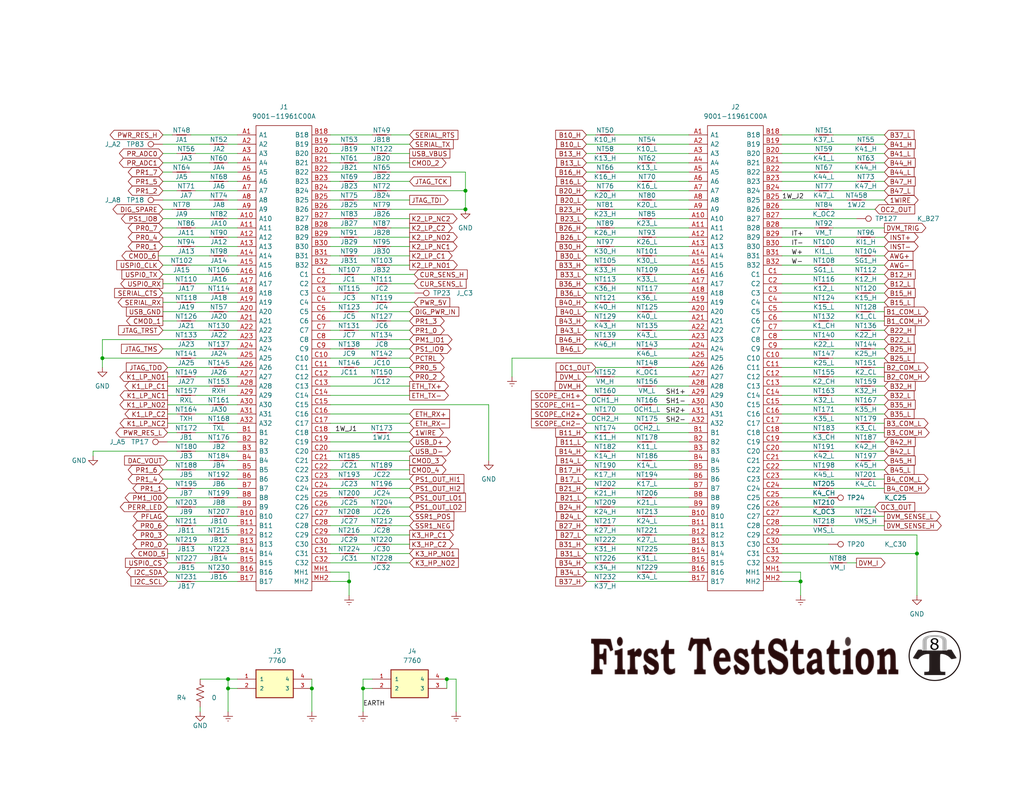
<source format=kicad_sch>
(kicad_sch (version 20230121) (generator eeschema)
  (paper "A")
  (title_block (title "Interconnect IO Board  640-1000-011") (date "2024-10-12") (rev "1.1"))
  (junction (at 27.94 97.79))
  (junction (at 62.23 187.96))
  (junction (at 127 52.07))
  (junction (at 95.25 158.75))
  (junction (at 62.23 185.42))
  (junction (at 250.19 151.13))
  (junction (at 99.06 187.96))
  (junction (at 121.92 185.42))
  (junction (at 127 57.15))
  (junction (at 85.09 187.96))
  (junction (at 218.44 158.75))
  (wire (pts (xy 90.17 62.23) (xy 101.6 62.23)))
  (wire (pts (xy 238.76 80.01) (xy 241.3 80.01)))
  (wire (pts (xy 64.77 105.41) (xy 62.23 105.41)))
  (wire (pts (xy 97.79 64.77) (xy 111.76 64.77)))
  (wire (pts (xy 90.17 87.63) (xy 101.6 87.63)))
  (wire (pts (xy 90.17 158.75) (xy 95.25 158.75)))
  (wire (pts (xy 97.79 151.13) (xy 111.76 151.13)))
  (wire (pts (xy 53.34 97.79) (xy 64.77 97.79)))
  (wire (pts (xy 227.33 143.51) (xy 241.3 143.51)))
  (wire (pts (xy 139.7 97.79) (xy 139.7 102.87)))
  (wire (pts (xy 90.17 46.99) (xy 101.6 46.99)))
  (wire (pts (xy 106.68 46.99) (xy 127 46.99)))
  (wire (pts (xy 233.68 80.01) (xy 213.36 80.01)))
  (wire (pts (xy 167.64 148.59) (xy 187.96 148.59)))
  (wire (pts (xy 227.33 97.79) (xy 241.3 97.79)))
  (wire (pts (xy 167.64 82.55) (xy 187.96 82.55)))
  (wire (pts (xy 85.09 187.96) (xy 85.09 194.31)))
  (wire (pts (xy 106.68 92.71) (xy 111.76 92.71)))
  (wire (pts (xy 64.77 107.95) (xy 53.34 107.95)))
  (wire (pts (xy 44.45 44.45) (xy 57.15 44.45)))
  (wire (pts (xy 97.79 90.17) (xy 111.76 90.17)))
  (wire (pts (xy 222.25 62.23) (xy 213.36 62.23)))
  (wire (pts (xy 45.72 143.51) (xy 48.26 143.51)))
  (wire (pts (xy 162.56 102.87) (xy 160.02 102.87)))
  (wire (pts (xy 44.45 64.77) (xy 57.15 64.77)))
  (wire (pts (xy 53.34 92.71) (xy 64.77 92.71)))
  (wire (pts (xy 97.79 80.01) (xy 113.03 80.01)))
  (wire (pts (xy 233.68 59.69) (xy 213.36 59.69)))
  (wire (pts (xy 64.77 49.53) (xy 62.23 49.53)))
  (wire (pts (xy 222.25 138.43) (xy 213.36 138.43)))
  (wire (pts (xy 90.17 143.51) (xy 101.6 143.51)))
  (wire (pts (xy 64.77 153.67) (xy 53.34 153.67)))
  (wire (pts (xy 44.45 46.99) (xy 46.99 46.99)))
  (wire (pts (xy 238.76 138.43) (xy 227.33 138.43)))
  (wire (pts (xy 90.17 118.11) (xy 101.6 118.11)))
  (wire (pts (xy 27.94 97.79) (xy 48.26 97.79)))
  (wire (pts (xy 44.45 57.15) (xy 46.99 57.15)))
  (wire (pts (xy 90.17 90.17) (xy 92.71 90.17)))
  (wire (pts (xy 179.07 59.69) (xy 187.96 59.69)))
  (wire (pts (xy 241.3 115.57) (xy 238.76 115.57)))
  (wire (pts (xy 64.77 118.11) (xy 53.34 118.11)))
  (wire (pts (xy 222.25 77.47) (xy 213.36 77.47)))
  (wire (pts (xy 90.17 36.83) (xy 101.6 36.83)))
  (wire (pts (xy 45.72 115.57) (xy 57.15 115.57)))
  (wire (pts (xy 233.68 110.49) (xy 213.36 110.49)))
  (wire (pts (xy 64.77 57.15) (xy 52.07 57.15)))
  (wire (pts (xy 90.17 64.77) (xy 92.71 64.77)))
  (wire (pts (xy 106.68 138.43) (xy 111.76 138.43)))
  (wire (pts (xy 45.72 156.21) (xy 57.15 156.21)))
  (wire (pts (xy 233.68 90.17) (xy 213.36 90.17)))
  (wire (pts (xy 238.76 74.93) (xy 241.3 74.93)))
  (wire (pts (xy 127 46.99) (xy 127 52.07)))
  (wire (pts (xy 167.64 143.51) (xy 187.96 143.51)))
  (wire (pts (xy 238.76 57.15) (xy 227.33 57.15)))
  (wire (pts (xy 124.46 185.42) (xy 124.46 194.31)))
  (wire (pts (xy 222.25 41.91) (xy 213.36 41.91)))
  (wire (pts (xy 90.17 77.47) (xy 101.6 77.47)))
  (wire (pts (xy 227.33 123.19) (xy 241.3 123.19)))
  (wire (pts (xy 121.92 185.42) (xy 121.92 187.96)))
  (wire (pts (xy 167.64 133.35) (xy 187.96 133.35)))
  (wire (pts (xy 213.36 133.35) (xy 222.25 133.35)))
  (wire (pts (xy 238.76 90.17) (xy 241.3 90.17)))
  (wire (pts (xy 179.07 125.73) (xy 187.96 125.73)))
  (wire (pts (xy 241.3 85.09) (xy 238.76 85.09)))
  (wire (pts (xy 90.17 128.27) (xy 101.6 128.27)))
  (wire (pts (xy 62.23 110.49) (xy 64.77 110.49)))
  (wire (pts (xy 44.45 128.27) (xy 48.26 128.27)))
  (wire (pts (xy 44.45 82.55) (xy 48.26 82.55)))
  (wire (pts (xy 53.34 148.59) (xy 64.77 148.59)))
  (wire (pts (xy 241.3 130.81) (xy 238.76 130.81)))
  (wire (pts (xy 44.45 36.83) (xy 46.99 36.83)))
  (wire (pts (xy 62.23 187.96) (xy 64.77 187.96)))
  (wire (pts (xy 62.23 194.31) (xy 62.23 187.96)))
  (wire (pts (xy 64.77 54.61) (xy 62.23 54.61)))
  (wire (pts (xy 90.17 135.89) (xy 92.71 135.89)))
  (wire (pts (xy 222.25 46.99) (xy 213.36 46.99)))
  (wire (pts (xy 90.17 146.05) (xy 92.71 146.05)))
  (wire (pts (xy 64.77 135.89) (xy 62.23 135.89)))
  (wire (pts (xy 227.33 128.27) (xy 241.3 128.27)))
  (wire (pts (xy 167.64 72.39) (xy 187.96 72.39)))
  (wire (pts (xy 233.68 64.77) (xy 213.36 64.77)))
  (wire (pts (xy 213.36 115.57) (xy 233.68 115.57)))
  (wire (pts (xy 173.99 130.81) (xy 160.02 130.81)))
  (wire (pts (xy 238.76 110.49) (xy 241.3 110.49)))
  (wire (pts (xy 90.17 49.53) (xy 92.71 49.53)))
  (wire (pts (xy 53.34 102.87) (xy 64.77 102.87)))
  (wire (pts (xy 162.56 100.33) (xy 173.99 100.33)))
  (wire (pts (xy 222.25 36.83) (xy 213.36 36.83)))
  (wire (pts (xy 173.99 64.77) (xy 160.02 64.77)))
  (wire (pts (xy 90.17 130.81) (xy 92.71 130.81)))
  (wire (pts (xy 64.77 113.03) (xy 53.34 113.03)))
  (wire (pts (xy 227.33 107.95) (xy 241.3 107.95)))
  (wire (pts (xy 127 52.07) (xy 127 57.15)))
  (wire (pts (xy 227.33 82.55) (xy 241.3 82.55)))
  (wire (pts (xy 45.72 113.03) (xy 48.26 113.03)))
  (wire (pts (xy 99.06 187.96) (xy 99.06 194.31)))
  (wire (pts (xy 64.77 64.77) (xy 62.23 64.77)))
  (wire (pts (xy 64.77 120.65) (xy 62.23 120.65)))
  (wire (pts (xy 45.72 110.49) (xy 57.15 110.49)))
  (wire (pts (xy 64.77 138.43) (xy 53.34 138.43)))
  (wire (pts (xy 27.94 92.71) (xy 27.94 97.79)))
  (wire (pts (xy 133.35 110.49) (xy 133.35 125.73)))
  (wire (pts (xy 90.17 110.49) (xy 133.35 110.49)))
  (wire (pts (xy 167.64 113.03) (xy 187.96 113.03)))
  (wire (pts (xy 222.25 52.07) (xy 213.36 52.07)))
  (wire (pts (xy 106.68 72.39) (xy 111.76 72.39)))
  (wire (pts (xy 250.19 146.05) (xy 250.19 151.13)))
  (wire (pts (xy 241.3 67.31) (xy 227.33 67.31)))
  (wire (pts (xy 64.77 128.27) (xy 53.34 128.27)))
  (wire (pts (xy 213.36 148.59) (xy 226.06 148.59)))
  (wire (pts (xy 167.64 123.19) (xy 187.96 123.19)))
  (wire (pts (xy 45.72 148.59) (xy 48.26 148.59)))
  (wire (pts (xy 167.64 128.27) (xy 187.96 128.27)))
  (wire (pts (xy 179.07 85.09) (xy 187.96 85.09)))
  (wire (pts (xy 213.36 135.89) (xy 226.06 135.89)))
  (wire (pts (xy 62.23 185.42) (xy 64.77 185.42)))
  (wire (pts (xy 90.17 140.97) (xy 92.71 140.97)))
  (wire (pts (xy 97.79 44.45) (xy 111.76 44.45)))
  (wire (pts (xy 90.17 69.85) (xy 92.71 69.85)))
  (wire (pts (xy 162.56 148.59) (xy 160.02 148.59)))
  (wire (pts (xy 90.17 82.55) (xy 101.6 82.55)))
  (wire (pts (xy 64.77 44.45) (xy 62.23 44.45)))
  (wire (pts (xy 90.17 153.67) (xy 101.6 153.67)))
  (wire (pts (xy 173.99 54.61) (xy 160.02 54.61)))
  (wire (pts (xy 173.99 146.05) (xy 160.02 146.05)))
  (wire (pts (xy 162.56 92.71) (xy 160.02 92.71)))
  (wire (pts (xy 44.45 62.23) (xy 48.26 62.23)))
  (wire (pts (xy 64.77 80.01) (xy 62.23 80.01)))
  (wire (pts (xy 62.23 151.13) (xy 64.77 151.13)))
  (wire (pts (xy 53.34 41.91) (xy 64.77 41.91)))
  (wire (pts (xy 106.68 41.91) (xy 111.76 41.91)))
  (wire (pts (xy 162.56 153.67) (xy 160.02 153.67)))
  (wire (pts (xy 64.77 39.37) (xy 62.23 39.37)))
  (wire (pts (xy 90.17 52.07) (xy 101.6 52.07)))
  (wire (pts (xy 233.68 120.65) (xy 213.36 120.65)))
  (wire (pts (xy 64.77 90.17) (xy 62.23 90.17)))
  (wire (pts (xy 227.33 41.91) (xy 241.3 41.91)))
  (wire (pts (xy 62.23 95.25) (xy 64.77 95.25)))
  (wire (pts (xy 97.79 39.37) (xy 111.76 39.37)))
  (wire (pts (xy 99.06 185.42) (xy 99.06 187.96)))
  (wire (pts (xy 44.45 41.91) (xy 48.26 41.91)))
  (wire (pts (xy 167.64 41.91) (xy 187.96 41.91)))
  (wire (pts (xy 179.07 100.33) (xy 187.96 100.33)))
  (wire (pts (xy 97.79 59.69) (xy 111.76 59.69)))
  (wire (pts (xy 44.45 54.61) (xy 57.15 54.61)))
  (wire (pts (xy 64.77 82.55) (xy 53.34 82.55)))
  (wire (pts (xy 97.79 135.89) (xy 111.76 135.89)))
  (wire (pts (xy 45.72 146.05) (xy 57.15 146.05)))
  (wire (pts (xy 64.77 140.97) (xy 62.23 140.97)))
  (wire (pts (xy 90.17 97.79) (xy 101.6 97.79)))
  (wire (pts (xy 167.64 46.99) (xy 187.96 46.99)))
  (wire (pts (xy 250.19 151.13) (xy 250.19 162.56)))
  (wire (pts (xy 25.4 123.19) (xy 48.26 123.19)))
  (wire (pts (xy 222.25 72.39) (xy 213.36 72.39)))
  (wire (pts (xy 90.17 115.57) (xy 111.76 115.57)))
  (wire (pts (xy 213.36 151.13) (xy 250.19 151.13)))
  (wire (pts (xy 167.64 62.23) (xy 187.96 62.23)))
  (wire (pts (xy 238.76 44.45) (xy 241.3 44.45)))
  (wire (pts (xy 173.99 80.01) (xy 160.02 80.01)))
  (wire (pts (xy 62.23 85.09) (xy 64.77 85.09)))
  (wire (pts (xy 167.64 107.95) (xy 187.96 107.95)))
  (wire (pts (xy 64.77 130.81) (xy 62.23 130.81)))
  (wire (pts (xy 179.07 110.49) (xy 187.96 110.49)))
  (wire (pts (xy 44.45 77.47) (xy 48.26 77.47)))
  (wire (pts (xy 64.77 146.05) (xy 62.23 146.05)))
  (wire (pts (xy 179.07 95.25) (xy 187.96 95.25)))
  (wire (pts (xy 45.72 100.33) (xy 57.15 100.33)))
  (wire (pts (xy 97.79 100.33) (xy 111.76 100.33)))
  (wire (pts (xy 222.25 107.95) (xy 213.36 107.95)))
  (wire (pts (xy 173.99 85.09) (xy 160.02 85.09)))
  (wire (pts (xy 222.25 82.55) (xy 213.36 82.55)))
  (wire (pts (xy 64.77 123.19) (xy 53.34 123.19)))
  (wire (pts (xy 106.68 102.87) (xy 111.76 102.87)))
  (wire (pts (xy 227.33 52.07) (xy 241.3 52.07)))
  (wire (pts (xy 64.77 36.83) (xy 52.07 36.83)))
  (wire (pts (xy 233.68 105.41) (xy 213.36 105.41)))
  (wire (pts (xy 162.56 52.07) (xy 160.02 52.07)))
  (wire (pts (xy 90.17 120.65) (xy 111.76 120.65)))
  (wire (pts (xy 236.22 54.61) (xy 241.3 54.61)))
  (wire (pts (xy 90.17 92.71) (xy 101.6 92.71)))
  (wire (pts (xy 45.72 140.97) (xy 57.15 140.97)))
  (wire (pts (xy 173.99 135.89) (xy 160.02 135.89)))
  (wire (pts (xy 45.72 138.43) (xy 48.26 138.43)))
  (wire (pts (xy 44.45 74.93) (xy 57.15 74.93)))
  (wire (pts (xy 106.68 143.51) (xy 111.76 143.51)))
  (wire (pts (xy 222.25 123.19) (xy 213.36 123.19)))
  (wire (pts (xy 233.68 44.45) (xy 213.36 44.45)))
  (wire (pts (xy 167.64 138.43) (xy 187.96 138.43)))
  (wire (pts (xy 90.17 95.25) (xy 92.71 95.25)))
  (wire (pts (xy 233.68 140.97) (xy 213.36 140.97)))
  (wire (pts (xy 90.17 107.95) (xy 111.76 107.95)))
  (wire (pts (xy 97.79 69.85) (xy 111.76 69.85)))
  (wire (pts (xy 53.34 77.47) (xy 64.77 77.47)))
  (wire (pts (xy 218.44 156.21) (xy 218.44 158.75)))
  (wire (pts (xy 106.68 62.23) (xy 111.76 62.23)))
  (wire (pts (xy 213.36 87.63) (xy 222.25 87.63)))
  (wire (pts (xy 90.17 125.73) (xy 92.71 125.73)))
  (wire (pts (xy 160.02 113.03) (xy 162.56 113.03)))
  (wire (pts (xy 97.79 54.61) (xy 111.76 54.61)))
  (wire (pts (xy 45.72 153.67) (xy 48.26 153.67)))
  (wire (pts (xy 90.17 80.01) (xy 92.71 80.01)))
  (wire (pts (xy 179.07 115.57) (xy 187.96 115.57)))
  (wire (pts (xy 162.56 143.51) (xy 160.02 143.51)))
  (wire (pts (xy 173.99 49.53) (xy 160.02 49.53)))
  (wire (pts (xy 45.72 107.95) (xy 48.26 107.95)))
  (wire (pts (xy 227.33 92.71) (xy 241.3 92.71)))
  (wire (pts (xy 179.07 120.65) (xy 187.96 120.65)))
  (wire (pts (xy 162.56 133.35) (xy 160.02 133.35)))
  (wire (pts (xy 167.64 158.75) (xy 187.96 158.75)))
  (wire (pts (xy 167.64 52.07) (xy 187.96 52.07)))
  (wire (pts (xy 241.3 87.63) (xy 227.33 87.63)))
  (wire (pts (xy 179.07 69.85) (xy 187.96 69.85)))
  (wire (pts (xy 179.07 39.37) (xy 187.96 39.37)))
  (wire (pts (xy 106.68 82.55) (xy 113.03 82.55)))
  (wire (pts (xy 90.17 54.61) (xy 92.71 54.61)))
  (wire (pts (xy 44.45 72.39) (xy 46.99 72.39)))
  (wire (pts (xy 222.25 143.51) (xy 213.36 143.51)))
  (wire (pts (xy 167.64 102.87) (xy 187.96 102.87)))
  (wire (pts (xy 90.17 148.59) (xy 101.6 148.59)))
  (wire (pts (xy 179.07 90.17) (xy 187.96 90.17)))
  (wire (pts (xy 167.64 77.47) (xy 187.96 77.47)))
  (wire (pts (xy 90.17 59.69) (xy 92.71 59.69)))
  (wire (pts (xy 90.17 105.41) (xy 111.76 105.41)))
  (wire (pts (xy 45.72 105.41) (xy 57.15 105.41)))
  (wire (pts (xy 233.68 95.25) (xy 213.36 95.25)))
  (wire (pts (xy 64.77 72.39) (xy 52.07 72.39)))
  (wire (pts (xy 97.79 95.25) (xy 111.76 95.25)))
  (wire (pts (xy 173.99 105.41) (xy 160.02 105.41)))
  (wire (pts (xy 213.36 118.11) (xy 222.25 118.11)))
  (wire (pts (xy 106.68 133.35) (xy 111.76 133.35)))
  (wire (pts (xy 106.68 148.59) (xy 111.76 148.59)))
  (wire (pts (xy 160.02 115.57) (xy 173.99 115.57)))
  (wire (pts (xy 213.36 153.67) (xy 226.06 153.67)))
  (wire (pts (xy 64.77 87.63) (xy 53.34 87.63)))
  (wire (pts (xy 162.56 123.19) (xy 160.02 123.19)))
  (wire (pts (xy 213.36 158.75) (xy 218.44 158.75)))
  (wire (pts (xy 218.44 158.75) (xy 218.44 162.56)))
  (wire (pts (xy 44.45 130.81) (xy 57.15 130.81)))
  (wire (pts (xy 179.07 130.81) (xy 187.96 130.81)))
  (wire (pts (xy 173.99 59.69) (xy 160.02 59.69)))
  (wire (pts (xy 167.64 67.31) (xy 187.96 67.31)))
  (wire (pts (xy 238.76 120.65) (xy 241.3 120.65)))
  (wire (pts (xy 173.99 151.13) (xy 160.02 151.13)))
  (wire (pts (xy 62.23 100.33) (xy 64.77 100.33)))
  (wire (pts (xy 64.77 69.85) (xy 62.23 69.85)))
  (wire (pts (xy 45.72 158.75) (xy 48.26 158.75)))
  (wire (pts (xy 227.33 77.47) (xy 241.3 77.47)))
  (wire (pts (xy 179.07 80.01) (xy 187.96 80.01)))
  (wire (pts (xy 90.17 113.03) (xy 111.76 113.03)))
  (wire (pts (xy 99.06 187.96) (xy 101.6 187.96)))
  (wire (pts (xy 45.72 151.13) (xy 57.15 151.13)))
  (wire (pts (xy 167.64 57.15) (xy 187.96 57.15)))
  (wire (pts (xy 101.6 185.42) (xy 99.06 185.42)))
  (wire (pts (xy 213.36 146.05) (xy 250.19 146.05)))
  (wire (pts (xy 241.3 72.39) (xy 227.33 72.39)))
  (wire (pts (xy 162.56 158.75) (xy 160.02 158.75)))
  (wire (pts (xy 241.3 133.35) (xy 227.33 133.35)))
  (wire (pts (xy 106.68 128.27) (xy 111.76 128.27)))
  (wire (pts (xy 64.77 46.99) (xy 52.07 46.99)))
  (wire (pts (xy 222.25 128.27) (xy 213.36 128.27)))
  (wire (pts (xy 106.68 67.31) (xy 111.76 67.31)))
  (wire (pts (xy 233.68 69.85) (xy 213.36 69.85)))
  (wire (pts (xy 238.76 39.37) (xy 241.3 39.37)))
  (wire (pts (xy 241.3 64.77) (xy 238.76 64.77)))
  (wire (pts (xy 106.68 118.11) (xy 111.76 118.11)))
  (wire (pts (xy 106.68 77.47) (xy 113.03 77.47)))
  (wire (pts (xy 90.17 123.19) (xy 111.76 123.19)))
  (wire (pts (xy 90.17 85.09) (xy 92.71 85.09)))
  (wire (pts (xy 162.56 77.47) (xy 160.02 77.47)))
  (wire (pts (xy 95.25 158.75) (xy 95.25 162.56)))
  (wire (pts (xy 173.99 90.17) (xy 160.02 90.17)))
  (wire (pts (xy 233.68 74.93) (xy 213.36 74.93)))
  (wire (pts (xy 227.33 46.99) (xy 241.3 46.99)))
  (wire (pts (xy 139.7 97.79) (xy 187.96 97.79)))
  (wire (pts (xy 213.36 156.21) (xy 218.44 156.21)))
  (wire (pts (xy 213.36 67.31) (xy 222.25 67.31)))
  (wire (pts (xy 44.45 39.37) (xy 57.15 39.37)))
  (wire (pts (xy 64.77 74.93) (xy 62.23 74.93)))
  (wire (pts (xy 162.56 36.83) (xy 160.02 36.83)))
  (wire (pts (xy 44.45 90.17) (xy 57.15 90.17)))
  (wire (pts (xy 222.25 57.15) (xy 213.36 57.15)))
  (wire (pts (xy 64.77 156.21) (xy 62.23 156.21)))
  (wire (pts (xy 44.45 49.53) (xy 57.15 49.53)))
  (wire (pts (xy 45.72 135.89) (xy 57.15 135.89)))
  (wire (pts (xy 213.36 102.87) (xy 222.25 102.87)))
  (wire (pts (xy 173.99 39.37) (xy 160.02 39.37)))
  (wire (pts (xy 222.25 97.79) (xy 213.36 97.79)))
  (wire (pts (xy 97.79 85.09) (xy 111.76 85.09)))
  (wire (pts (xy 62.23 187.96) (xy 62.23 185.42)))
  (wire (pts (xy 160.02 107.95) (xy 162.56 107.95)))
  (wire (pts (xy 179.07 105.41) (xy 187.96 105.41)))
  (wire (pts (xy 64.77 133.35) (xy 53.34 133.35)))
  (wire (pts (xy 241.3 102.87) (xy 227.33 102.87)))
  (wire (pts (xy 44.45 87.63) (xy 48.26 87.63)))
  (wire (pts (xy 27.94 92.71) (xy 48.26 92.71)))
  (wire (pts (xy 45.72 133.35) (xy 48.26 133.35)))
  (wire (pts (xy 238.76 95.25) (xy 241.3 95.25)))
  (wire (pts (xy 44.45 67.31) (xy 48.26 67.31)))
  (wire (pts (xy 241.3 100.33) (xy 238.76 100.33)))
  (wire (pts (xy 90.17 156.21) (xy 95.25 156.21)))
  (wire (pts (xy 90.17 67.31) (xy 101.6 67.31)))
  (wire (pts (xy 167.64 92.71) (xy 187.96 92.71)))
  (wire (pts (xy 106.68 57.15) (xy 127 57.15)))
  (wire (pts (xy 90.17 74.93) (xy 92.71 74.93)))
  (wire (pts (xy 97.79 125.73) (xy 111.76 125.73)))
  (wire (pts (xy 213.36 54.61) (xy 231.14 54.61)))
  (wire (pts (xy 106.68 87.63) (xy 111.76 87.63)))
  (wire (pts (xy 45.72 102.87) (xy 48.26 102.87)))
  (wire (pts (xy 233.68 125.73) (xy 213.36 125.73)))
  (wire (pts (xy 173.99 120.65) (xy 160.02 120.65)))
  (wire (pts (xy 213.36 85.09) (xy 233.68 85.09)))
  (wire (pts (xy 222.25 113.03) (xy 213.36 113.03)))
  (wire (pts (xy 162.56 87.63) (xy 160.02 87.63)))
  (wire (pts (xy 227.33 62.23) (xy 241.3 62.23)))
  (wire (pts (xy 90.17 100.33) (xy 92.71 100.33)))
  (wire (pts (xy 179.07 44.45) (xy 187.96 44.45)))
  (wire (pts (xy 179.07 135.89) (xy 187.96 135.89)))
  (wire (pts (xy 167.64 153.67) (xy 187.96 153.67)))
  (wire (pts (xy 162.56 41.91) (xy 160.02 41.91)))
  (wire (pts (xy 233.68 49.53) (xy 213.36 49.53)))
  (wire (pts (xy 45.72 120.65) (xy 57.15 120.65)))
  (wire (pts (xy 90.17 72.39) (xy 101.6 72.39)))
  (wire (pts (xy 162.56 46.99) (xy 160.02 46.99)))
  (wire (pts (xy 213.36 100.33) (xy 233.68 100.33)))
  (wire (pts (xy 54.61 185.42) (xy 62.23 185.42)))
  (wire (pts (xy 162.56 82.55) (xy 160.02 82.55)))
  (wire (pts (xy 90.17 57.15) (xy 101.6 57.15)))
  (wire (pts (xy 64.77 125.73) (xy 62.23 125.73)))
  (wire (pts (xy 53.34 62.23) (xy 64.77 62.23)))
  (wire (pts (xy 64.77 158.75) (xy 53.34 158.75)))
  (wire (pts (xy 44.45 52.07) (xy 48.26 52.07)))
  (wire (pts (xy 238.76 49.53) (xy 241.3 49.53)))
  (wire (pts (xy 222.25 92.71) (xy 213.36 92.71)))
  (wire (pts (xy 44.45 80.01) (xy 57.15 80.01)))
  (wire (pts (xy 173.99 69.85) (xy 160.02 69.85)))
  (wire (pts (xy 44.45 59.69) (xy 57.15 59.69)))
  (wire (pts (xy 173.99 140.97) (xy 160.02 140.97)))
  (wire (pts (xy 227.33 36.83) (xy 241.3 36.83)))
  (wire (pts (xy 160.02 110.49) (xy 173.99 110.49)))
  (wire (pts (xy 179.07 156.21) (xy 187.96 156.21)))
  (wire (pts (xy 53.34 67.31) (xy 64.77 67.31)))
  (wire (pts (xy 173.99 44.45) (xy 160.02 44.45)))
  (wire (pts (xy 179.07 146.05) (xy 187.96 146.05)))
  (wire (pts (xy 238.76 105.41) (xy 241.3 105.41)))
  (wire (pts (xy 85.09 185.42) (xy 85.09 187.96)))
  (wire (pts (xy 90.17 151.13) (xy 92.71 151.13)))
  (wire (pts (xy 162.56 62.23) (xy 160.02 62.23)))
  (wire (pts (xy 162.56 128.27) (xy 160.02 128.27)))
  (wire (pts (xy 167.64 87.63) (xy 187.96 87.63)))
  (wire (pts (xy 179.07 140.97) (xy 187.96 140.97)))
  (wire (pts (xy 97.79 130.81) (xy 111.76 130.81)))
  (wire (pts (xy 90.17 39.37) (xy 92.71 39.37)))
  (wire (pts (xy 173.99 125.73) (xy 160.02 125.73)))
  (wire (pts (xy 45.72 125.73) (xy 57.15 125.73)))
  (wire (pts (xy 97.79 140.97) (xy 111.76 140.97)))
  (wire (pts (xy 167.64 118.11) (xy 187.96 118.11)))
  (wire (pts (xy 64.77 59.69) (xy 62.23 59.69)))
  (wire (pts (xy 97.79 74.93) (xy 113.03 74.93)))
  (wire (pts (xy 106.68 97.79) (xy 111.76 97.79)))
  (wire (pts (xy 25.4 123.19) (xy 25.4 124.46)))
  (wire (pts (xy 64.77 143.51) (xy 53.34 143.51)))
  (wire (pts (xy 162.56 138.43) (xy 160.02 138.43)))
  (wire (pts (xy 173.99 95.25) (xy 160.02 95.25)))
  (wire (pts (xy 231.14 153.67) (xy 233.68 153.67)))
  (wire (pts (xy 90.17 133.35) (xy 101.6 133.35)))
  (wire (pts (xy 45.72 118.11) (xy 48.26 118.11)))
  (wire (pts (xy 106.68 52.07) (xy 127 52.07)))
  (wire (pts (xy 233.68 39.37) (xy 213.36 39.37)))
  (wire (pts (xy 106.68 153.67) (xy 111.76 153.67)))
  (wire (pts (xy 162.56 72.39) (xy 160.02 72.39)))
  (wire (pts (xy 90.17 138.43) (xy 101.6 138.43)))
  (wire (pts (xy 179.07 64.77) (xy 187.96 64.77)))
  (wire (pts (xy 162.56 67.31) (xy 160.02 67.31)))
  (wire (pts (xy 162.56 118.11) (xy 160.02 118.11)))
  (wire (pts (xy 90.17 41.91) (xy 101.6 41.91)))
  (wire (pts (xy 54.61 193.04) (xy 54.61 194.31)))
  (wire (pts (xy 173.99 156.21) (xy 160.02 156.21)))
  (wire (pts (xy 121.92 185.42) (xy 124.46 185.42)))
  (wire (pts (xy 179.07 74.93) (xy 187.96 74.93)))
  (wire (pts (xy 162.56 57.15) (xy 160.02 57.15)))
  (wire (pts (xy 106.68 36.83) (xy 111.76 36.83)))
  (wire (pts (xy 179.07 49.53) (xy 187.96 49.53)))
  (wire (pts (xy 44.45 85.09) (xy 57.15 85.09)))
  (wire (pts (xy 238.76 140.97) (xy 241.3 140.97)))
  (wire (pts (xy 97.79 49.53) (xy 111.76 49.53)))
  (wire (pts (xy 90.17 102.87) (xy 101.6 102.87)))
  (wire (pts (xy 167.64 36.83) (xy 187.96 36.83)))
  (wire (pts (xy 227.33 113.03) (xy 241.3 113.03)))
  (wire (pts (xy 44.45 95.25) (xy 57.15 95.25)))
  (wire (pts (xy 241.3 69.85) (xy 238.76 69.85)))
  (wire (pts (xy 179.07 54.61) (xy 187.96 54.61)))
  (wire (pts (xy 238.76 125.73) (xy 241.3 125.73)))
  (wire (pts (xy 241.3 118.11) (xy 227.33 118.11)))
  (wire (pts (xy 27.94 97.79) (xy 27.94 100.33)))
  (wire (pts (xy 213.36 130.81) (xy 233.68 130.81)))
  (wire (pts (xy 179.07 151.13) (xy 187.96 151.13)))
  (wire (pts (xy 95.25 156.21) (xy 95.25 158.75)))
  (wire (pts (xy 43.18 69.85) (xy 57.15 69.85)))
  (wire (pts (xy 90.17 44.45) (xy 92.71 44.45)))
  (wire (pts (xy 173.99 74.93) (xy 160.02 74.93)))
  (wire (pts (xy 64.77 115.57) (xy 62.23 115.57)))
  (wire (pts (xy 97.79 146.05) (xy 111.76 146.05)))
  (wire (pts (xy 53.34 52.07) (xy 64.77 52.07)))
  (image (at 255.27 179.07))
  (image (at 203.2 179.07) (scale 2.13772))
  (label "SH1-" (at 181.61 110.49 0))
  (label "SH1+" (at 181.61 107.95 0))
  (label "SH2+" (at 181.61 113.03 0))
  (label "IT+" (at 215.9 64.77 0))
  (label "1W_J2" (at 213.36 54.61 0))
  (label "EARTH" (at 99.06 193.04 0))
  (label "1W_J1" (at 91.44 118.11 0))
  (label "IT-" (at 215.9 67.31 0))
  (label "SH2-" (at 181.61 115.57 0))
  (label "W-" (at 215.9 72.39 0))
  (label "W+" (at 215.9 69.85 0))
  (global_label "JTAG_TDO" (shape input) (at 45.72 100.33 180) (property "Intersheetrefs" "${INTERSHEET_REFS}" (effects hide)))
  (global_label "ETH_RX-" (shape input) (at 111.76 115.57 0) (property "Intersheetrefs" "${INTERSHEET_REFS}" (effects hide)))
  (global_label "B27_L" (shape input) (at 160.02 146.05 180) (property "Intersheetrefs" "${INTERSHEET_REFS}" (effects hide)))
  (global_label "K2_LP_NC1" (shape output) (at 111.76 67.31 0) (property "Intersheetrefs" "${INTERSHEET_REFS}" (effects hide)))
  (global_label "DIG_PWR_IN" (shape input) (at 111.76 85.09 0) (property "Intersheetrefs" "${INTERSHEET_REFS}" (effects hide)))
  (global_label "B31_H" (shape input) (at 160.02 148.59 180) (property "Intersheetrefs" "${INTERSHEET_REFS}" (effects hide)))
  (global_label "B20_L" (shape input) (at 160.02 54.61 180) (property "Intersheetrefs" "${INTERSHEET_REFS}" (effects hide)))
  (global_label "OC3_OUT" (shape input) (at 238.76 138.43 0) (property "Intersheetrefs" "${INTERSHEET_REFS}" (effects hide)))
  (global_label "K3_HP_C1" (shape output) (at 111.76 146.05 0) (property "Intersheetrefs" "${INTERSHEET_REFS}" (effects hide)))
  (global_label "1WIRE" (shape bidirectional) (at 111.76 118.11 0) (property "Intersheetrefs" "${INTERSHEET_REFS}" (effects hide)))
  (global_label "ETH_RX+" (shape input) (at 111.76 113.03 0) (property "Intersheetrefs" "${INTERSHEET_REFS}" (effects hide)))
  (global_label "B30_H" (shape input) (at 160.02 67.31 180) (property "Intersheetrefs" "${INTERSHEET_REFS}" (effects hide)))
  (global_label "B21_H" (shape input) (at 160.02 133.35 180) (property "Intersheetrefs" "${INTERSHEET_REFS}" (effects hide)))
  (global_label "B34_L" (shape input) (at 160.02 156.21 180) (property "Intersheetrefs" "${INTERSHEET_REFS}" (effects hide)))
  (global_label "B14_H" (shape input) (at 160.02 123.19 180) (property "Intersheetrefs" "${INTERSHEET_REFS}" (effects hide)))
  (global_label "B25_H" (shape input) (at 241.3 95.25 0) (property "Intersheetrefs" "${INTERSHEET_REFS}" (effects hide)))
  (global_label "CMOD_2" (shape output) (at 111.76 44.45 0) (property "Intersheetrefs" "${INTERSHEET_REFS}" (effects hide)))
  (global_label "USPI0_RX" (shape output) (at 44.45 77.47 180) (property "Intersheetrefs" "${INTERSHEET_REFS}" (effects hide)))
  (global_label "B4_COM_H" (shape output) (at 241.3 133.35 0) (property "Intersheetrefs" "${INTERSHEET_REFS}" (effects hide)))
  (global_label "K1_LP_NC2" (shape output) (at 45.72 115.57 180) (property "Intersheetrefs" "${INTERSHEET_REFS}" (effects hide)))
  (global_label "K1_LP_NC1" (shape output) (at 45.72 107.95 180) (property "Intersheetrefs" "${INTERSHEET_REFS}" (effects hide)))
  (global_label "B43_L" (shape input) (at 160.02 90.17 180) (property "Intersheetrefs" "${INTERSHEET_REFS}" (effects hide)))
  (global_label "SERIAL_RTS" (shape input) (at 111.76 36.83 0) (property "Intersheetrefs" "${INTERSHEET_REFS}" (effects hide)))
  (global_label "CMOD_6" (shape output) (at 43.18 69.85 180) (property "Intersheetrefs" "${INTERSHEET_REFS}" (effects hide)))
  (global_label "PR1_5" (shape bidirectional) (at 44.45 49.53 180) (property "Intersheetrefs" "${INTERSHEET_REFS}" (effects hide)))
  (global_label "PCTRL" (shape bidirectional) (at 111.76 97.79 0) (property "Intersheetrefs" "${INTERSHEET_REFS}" (effects hide)))
  (global_label "B3_COM_H" (shape output) (at 241.3 118.11 0) (property "Intersheetrefs" "${INTERSHEET_REFS}" (effects hide)))
  (global_label "SERIAL_TX" (shape input) (at 111.76 39.37 0) (property "Intersheetrefs" "${INTERSHEET_REFS}" (effects hide)))
  (global_label "I2C_SDA" (shape bidirectional) (at 45.72 156.21 180) (property "Intersheetrefs" "${INTERSHEET_REFS}" (effects hide)))
  (global_label "B23_H" (shape input) (at 160.02 57.15 180) (property "Intersheetrefs" "${INTERSHEET_REFS}" (effects hide)))
  (global_label "B12_L" (shape input) (at 241.3 77.47 0) (property "Intersheetrefs" "${INTERSHEET_REFS}" (effects hide)))
  (global_label "CMOD_3" (shape output) (at 111.76 125.73 0) (property "Intersheetrefs" "${INTERSHEET_REFS}" (effects hide)))
  (global_label "B45_L" (shape input) (at 241.3 128.27 0) (property "Intersheetrefs" "${INTERSHEET_REFS}" (effects hide)))
  (global_label "B34_H" (shape input) (at 160.02 153.67 180) (property "Intersheetrefs" "${INTERSHEET_REFS}" (effects hide)))
  (global_label "B44_H" (shape input) (at 241.3 44.45 0) (property "Intersheetrefs" "${INTERSHEET_REFS}" (effects hide)))
  (global_label "PWR_RES_H" (shape bidirectional) (at 44.45 36.83 180) (property "Intersheetrefs" "${INTERSHEET_REFS}" (effects hide)))
  (global_label "DIG_SPARE" (shape bidirectional) (at 44.45 57.15 180) (property "Intersheetrefs" "${INTERSHEET_REFS}" (effects hide)))
  (global_label "K2_LP_C2" (shape output) (at 111.76 62.23 0) (property "Intersheetrefs" "${INTERSHEET_REFS}" (effects hide)))
  (global_label "B41_L" (shape input) (at 241.3 41.91 0) (property "Intersheetrefs" "${INTERSHEET_REFS}" (effects hide)))
  (global_label "PR0_1" (shape bidirectional) (at 44.45 67.31 180) (property "Intersheetrefs" "${INTERSHEET_REFS}" (effects hide)))
  (global_label "B24_L" (shape input) (at 160.02 140.97 180) (property "Intersheetrefs" "${INTERSHEET_REFS}" (effects hide)))
  (global_label "AWG-" (shape input) (at 241.3 72.39 0) (property "Intersheetrefs" "${INTERSHEET_REFS}" (effects hide)))
  (global_label "B27_H" (shape input) (at 160.02 143.51 180) (property "Intersheetrefs" "${INTERSHEET_REFS}" (effects hide)))
  (global_label "PR0_3" (shape bidirectional) (at 45.72 146.05 180) (property "Intersheetrefs" "${INTERSHEET_REFS}" (effects hide)))
  (global_label "OC1_OUT" (shape input) (at 162.56 100.33 180) (property "Intersheetrefs" "${INTERSHEET_REFS}" (effects hide)))
  (global_label "B35_L" (shape input) (at 241.3 113.03 0) (property "Intersheetrefs" "${INTERSHEET_REFS}" (effects hide)))
  (global_label "USPI0_CS" (shape input) (at 45.72 153.67 180) (property "Intersheetrefs" "${INTERSHEET_REFS}" (effects hide)))
  (global_label "AWG+" (shape input) (at 241.3 69.85 0) (property "Intersheetrefs" "${INTERSHEET_REFS}" (effects hide)))
  (global_label "ETH_TX+" (shape output) (at 111.76 105.41 0) (property "Intersheetrefs" "${INTERSHEET_REFS}" (effects hide)))
  (global_label "B24_H" (shape input) (at 160.02 138.43 180) (property "Intersheetrefs" "${INTERSHEET_REFS}" (effects hide)))
  (global_label "JTAG_TRST" (shape input) (at 44.45 90.17 180) (property "Intersheetrefs" "${INTERSHEET_REFS}" (effects hide)))
  (global_label "CMOD_1" (shape output) (at 44.45 87.63 180) (property "Intersheetrefs" "${INTERSHEET_REFS}" (effects hide)))
  (global_label "B37_H" (shape input) (at 160.02 158.75 180) (property "Intersheetrefs" "${INTERSHEET_REFS}" (effects hide)))
  (global_label "USB_GND" (shape passive) (at 44.45 85.09 180) (property "Intersheetrefs" "${INTERSHEET_REFS}" (effects hide)))
  (global_label "JTAG_TMS" (shape input) (at 44.45 95.25 180) (property "Intersheetrefs" "${INTERSHEET_REFS}" (effects hide)))
  (global_label "B37_L" (shape input) (at 241.3 36.83 0) (property "Intersheetrefs" "${INTERSHEET_REFS}" (effects hide)))
  (global_label "B26_L" (shape input) (at 160.02 64.77 180) (property "Intersheetrefs" "${INTERSHEET_REFS}" (effects hide)))
  (global_label "B41_H" (shape input) (at 241.3 39.37 0) (property "Intersheetrefs" "${INTERSHEET_REFS}" (effects hide)))
  (global_label "OC2_OUT" (shape input) (at 238.76 57.15 0) (property "Intersheetrefs" "${INTERSHEET_REFS}" (effects hide)))
  (global_label "CMOD_5" (shape output) (at 45.72 151.13 180) (property "Intersheetrefs" "${INTERSHEET_REFS}" (effects hide)))
  (global_label "B44_L" (shape input) (at 241.3 46.99 0) (property "Intersheetrefs" "${INTERSHEET_REFS}" (effects hide)))
  (global_label "PR0_4" (shape bidirectional) (at 44.45 64.77 180) (property "Intersheetrefs" "${INTERSHEET_REFS}" (effects hide)))
  (global_label "B10_L" (shape input) (at 160.02 39.37 180) (property "Intersheetrefs" "${INTERSHEET_REFS}" (effects hide)))
  (global_label "SSR1_POS" (shape input) (at 111.76 140.97 0) (property "Intersheetrefs" "${INTERSHEET_REFS}" (effects hide)))
  (global_label "B47_H" (shape input) (at 241.3 49.53 0) (property "Intersheetrefs" "${INTERSHEET_REFS}" (effects hide)))
  (global_label "PS1_OUT_HI2" (shape input) (at 111.76 133.35 0) (property "Intersheetrefs" "${INTERSHEET_REFS}" (effects hide)))
  (global_label "SSR1_NEG" (shape input) (at 111.76 143.51 0) (property "Intersheetrefs" "${INTERSHEET_REFS}" (effects hide)))
  (global_label "B33_H" (shape input) (at 160.02 72.39 180) (property "Intersheetrefs" "${INTERSHEET_REFS}" (effects hide)))
  (global_label "B35_H" (shape input) (at 241.3 110.49 0) (property "Intersheetrefs" "${INTERSHEET_REFS}" (effects hide)))
  (global_label "PR0_0" (shape bidirectional) (at 45.72 148.59 180) (property "Intersheetrefs" "${INTERSHEET_REFS}" (effects hide)))
  (global_label "PR0_5" (shape bidirectional) (at 111.76 100.33 0) (property "Intersheetrefs" "${INTERSHEET_REFS}" (effects hide)))
  (global_label "B11_L" (shape input) (at 160.02 120.65 180) (property "Intersheetrefs" "${INTERSHEET_REFS}" (effects hide)))
  (global_label "USPI0_TX" (shape input) (at 44.45 74.93 180) (property "Intersheetrefs" "${INTERSHEET_REFS}" (effects hide)))
  (global_label "PR1_1" (shape bidirectional) (at 45.72 133.35 180) (property "Intersheetrefs" "${INTERSHEET_REFS}" (effects hide)))
  (global_label "B25_L" (shape input) (at 241.3 97.79 0) (property "Intersheetrefs" "${INTERSHEET_REFS}" (effects hide)))
  (global_label "SERIAL_RX" (shape output) (at 44.45 82.55 180) (property "Intersheetrefs" "${INTERSHEET_REFS}" (effects hide)))
  (global_label "SCOPE_CH1+" (shape input) (at 160.02 107.95 180) (property "Intersheetrefs" "${INTERSHEET_REFS}" (effects hide)))
  (global_label "B15_L" (shape input) (at 241.3 82.55 0) (property "Intersheetrefs" "${INTERSHEET_REFS}" (effects hide)))
  (global_label "B11_H" (shape input) (at 160.02 118.11 180) (property "Intersheetrefs" "${INTERSHEET_REFS}" (effects hide)))
  (global_label "B13_L" (shape input) (at 160.02 44.45 180) (property "Intersheetrefs" "${INTERSHEET_REFS}" (effects hide)))
  (global_label "SCOPE_CH1-" (shape input) (at 160.02 110.49 180) (property "Intersheetrefs" "${INTERSHEET_REFS}" (effects hide)))
  (global_label "PS1_IO8" (shape bidirectional) (at 44.45 59.69 180) (property "Intersheetrefs" "${INTERSHEET_REFS}" (effects hide)))
  (global_label "PR1_3" (shape bidirectional) (at 111.76 87.63 0) (property "Intersheetrefs" "${INTERSHEET_REFS}" (effects hide)))
  (global_label "B47_L" (shape input) (at 241.3 52.07 0) (property "Intersheetrefs" "${INTERSHEET_REFS}" (effects hide)))
  (global_label "B46_L" (shape input) (at 160.02 95.25 180) (property "Intersheetrefs" "${INTERSHEET_REFS}" (effects hide)))
  (global_label "B13_H" (shape input) (at 160.02 41.91 180) (property "Intersheetrefs" "${INTERSHEET_REFS}" (effects hide)))
  (global_label "K2_LP_NC2" (shape output) (at 111.76 59.69 0) (property "Intersheetrefs" "${INTERSHEET_REFS}" (effects hide)))
  (global_label "INST-" (shape bidirectional) (at 241.3 67.31 0) (property "Intersheetrefs" "${INTERSHEET_REFS}" (effects hide)))
  (global_label "B10_H" (shape input) (at 160.02 36.83 180) (property "Intersheetrefs" "${INTERSHEET_REFS}" (effects hide)))
  (global_label "B16_L" (shape input) (at 160.02 49.53 180) (property "Intersheetrefs" "${INTERSHEET_REFS}" (effects hide)))
  (global_label "PR0_6" (shape bidirectional) (at 45.72 143.51 180) (property "Intersheetrefs" "${INTERSHEET_REFS}" (effects hide)))
  (global_label "B36_H" (shape input) (at 160.02 77.47 180) (property "Intersheetrefs" "${INTERSHEET_REFS}" (effects hide)))
  (global_label "DVM_SENSE_L" (shape output) (at 241.3 140.97 0) (property "Intersheetrefs" "${INTERSHEET_REFS}" (effects hide)))
  (global_label "PS1_OUT_HI1" (shape input) (at 111.76 130.81 0) (property "Intersheetrefs" "${INTERSHEET_REFS}" (effects hide)))
  (global_label "PS1_IO9" (shape bidirectional) (at 111.76 95.25 0) (property "Intersheetrefs" "${INTERSHEET_REFS}" (effects hide)))
  (global_label "PR_ADC1" (shape bidirectional) (at 44.45 44.45 180) (property "Intersheetrefs" "${INTERSHEET_REFS}" (effects hide)))
  (global_label "K1_LP_NO1" (shape output) (at 45.72 102.87 180) (property "Intersheetrefs" "${INTERSHEET_REFS}" (effects hide)))
  (global_label "USPI0_CLK" (shape input) (at 44.45 72.39 180) (property "Intersheetrefs" "${INTERSHEET_REFS}" (effects hide)))
  (global_label "B42_L" (shape input) (at 241.3 123.19 0) (property "Intersheetrefs" "${INTERSHEET_REFS}" (effects hide)))
  (global_label "K2_LP_NO2" (shape output) (at 111.76 64.77 0) (property "Intersheetrefs" "${INTERSHEET_REFS}" (effects hide)))
  (global_label "B26_H" (shape input) (at 160.02 62.23 180) (property "Intersheetrefs" "${INTERSHEET_REFS}" (effects hide)))
  (global_label "PR0_7" (shape bidirectional) (at 44.45 62.23 180) (property "Intersheetrefs" "${INTERSHEET_REFS}" (effects hide)))
  (global_label "B15_H" (shape input) (at 241.3 80.01 0) (property "Intersheetrefs" "${INTERSHEET_REFS}" (effects hide)))
  (global_label "ETH_TX-" (shape output) (at 111.76 107.95 0) (property "Intersheetrefs" "${INTERSHEET_REFS}" (effects hide)))
  (global_label "B23_L" (shape input) (at 160.02 59.69 180) (property "Intersheetrefs" "${INTERSHEET_REFS}" (effects hide)))
  (global_label "B46_H" (shape input) (at 160.02 92.71 180) (property "Intersheetrefs" "${INTERSHEET_REFS}" (effects hide)))
  (global_label "DVM_TRIG" (shape output) (at 241.3 62.23 0) (property "Intersheetrefs" "${INTERSHEET_REFS}" (effects hide)))
  (global_label "USB_D+" (shape bidirectional) (at 111.76 120.65 0) (property "Intersheetrefs" "${INTERSHEET_REFS}" (effects hide)))
  (global_label "B45_H" (shape input) (at 241.3 125.73 0) (property "Intersheetrefs" "${INTERSHEET_REFS}" (effects hide)))
  (global_label "B17_H" (shape input) (at 160.02 128.27 180) (property "Intersheetrefs" "${INTERSHEET_REFS}" (effects hide)))
  (global_label "CUR_SENS_L" (shape input) (at 113.03 77.47 0) (property "Intersheetrefs" "${INTERSHEET_REFS}" (effects hide)))
  (global_label "DVM_SENSE_H" (shape output) (at 241.3 143.51 0) (property "Intersheetrefs" "${INTERSHEET_REFS}" (effects hide)))
  (global_label "B40_H" (shape input) (at 160.02 82.55 180) (property "Intersheetrefs" "${INTERSHEET_REFS}" (effects hide)))
  (global_label "B20_H" (shape input) (at 160.02 52.07 180) (property "Intersheetrefs" "${INTERSHEET_REFS}" (effects hide)))
  (global_label "B17_L" (shape input) (at 160.02 130.81 180) (property "Intersheetrefs" "${INTERSHEET_REFS}" (effects hide)))
  (global_label "CUR_SENS_H" (shape input) (at 113.03 74.93 0) (property "Intersheetrefs" "${INTERSHEET_REFS}" (effects hide)))
  (global_label "K1_LP_C2" (shape output) (at 45.72 113.03 180) (property "Intersheetrefs" "${INTERSHEET_REFS}" (effects hide)))
  (global_label "PM1_IO1" (shape bidirectional) (at 111.76 92.71 0) (property "Intersheetrefs" "${INTERSHEET_REFS}" (effects hide)))
  (global_label "SERIAL_CTS" (shape input) (at 44.45 80.01 180) (property "Intersheetrefs" "${INTERSHEET_REFS}" (effects hide)))
  (global_label "B33_L" (shape input) (at 160.02 74.93 180) (property "Intersheetrefs" "${INTERSHEET_REFS}" (effects hide)))
  (global_label "PFLAG" (shape bidirectional) (at 45.72 140.97 180) (property "Intersheetrefs" "${INTERSHEET_REFS}" (effects hide)))
  (global_label "JTAG_TDI" (shape output) (at 111.76 54.61 0) (property "Intersheetrefs" "${INTERSHEET_REFS}" (effects hide)))
  (global_label "PR_ADC0" (shape bidirectional) (at 44.45 41.91 180) (property "Intersheetrefs" "${INTERSHEET_REFS}" (effects hide)))
  (global_label "K2_LP_C1" (shape output) (at 111.76 69.85 0) (property "Intersheetrefs" "${INTERSHEET_REFS}" (effects hide)))
  (global_label "PS1_OUT_LO2" (shape input) (at 111.76 138.43 0) (property "Intersheetrefs" "${INTERSHEET_REFS}" (effects hide)))
  (global_label "PERR_LED" (shape bidirectional) (at 45.72 138.43 180) (property "Intersheetrefs" "${INTERSHEET_REFS}" (effects hide)))
  (global_label "K3_HP_NO1" (shape input) (at 111.76 151.13 0) (property "Intersheetrefs" "${INTERSHEET_REFS}" (effects hide)))
  (global_label "PR1_7" (shape bidirectional) (at 44.45 46.99 180) (property "Intersheetrefs" "${INTERSHEET_REFS}" (effects hide)))
  (global_label "INST+" (shape bidirectional) (at 241.3 64.77 0) (property "Intersheetrefs" "${INTERSHEET_REFS}" (effects hide)))
  (global_label "PWR_5V" (shape input) (at 113.03 82.55 0) (property "Intersheetrefs" "${INTERSHEET_REFS}" (effects hide)))
  (global_label "PR1_4" (shape bidirectional) (at 44.45 130.81 180) (property "Intersheetrefs" "${INTERSHEET_REFS}" (effects hide)))
  (global_label "DVM_I" (shape output) (at 233.68 153.67 0) (property "Intersheetrefs" "${INTERSHEET_REFS}" (effects hide)))
  (global_label "K3_HP_NO2" (shape input) (at 111.76 153.67 0) (property "Intersheetrefs" "${INTERSHEET_REFS}" (effects hide)))
  (global_label "B4_COM_L" (shape output) (at 241.3 130.81 0) (property "Intersheetrefs" "${INTERSHEET_REFS}" (effects hide)))
  (global_label "K1_LP_NO2" (shape output) (at 45.72 110.49 180) (property "Intersheetrefs" "${INTERSHEET_REFS}" (effects hide)))
  (global_label "PR0_2" (shape bidirectional) (at 111.76 102.87 0) (property "Intersheetrefs" "${INTERSHEET_REFS}" (effects hide)))
  (global_label "B22_L" (shape input) (at 241.3 92.71 0) (property "Intersheetrefs" "${INTERSHEET_REFS}" (effects hide)))
  (global_label "DAC_VOUT" (shape input) (at 45.72 125.73 180) (property "Intersheetrefs" "${INTERSHEET_REFS}" (effects hide)))
  (global_label "I2C_SCL" (shape input) (at 45.72 158.75 180) (property "Intersheetrefs" "${INTERSHEET_REFS}" (effects hide)))
  (global_label "B3_COM_L" (shape output) (at 241.3 115.57 0) (property "Intersheetrefs" "${INTERSHEET_REFS}" (effects hide)))
  (global_label "B36_L" (shape input) (at 160.02 80.01 180) (property "Intersheetrefs" "${INTERSHEET_REFS}" (effects hide)))
  (global_label "PR1_0" (shape bidirectional) (at 111.76 90.17 0) (property "Intersheetrefs" "${INTERSHEET_REFS}" (effects hide)))
  (global_label "K2_LP_NO1" (shape output) (at 111.76 72.39 0) (property "Intersheetrefs" "${INTERSHEET_REFS}" (effects hide)))
  (global_label "B14_L" (shape input) (at 160.02 125.73 180) (property "Intersheetrefs" "${INTERSHEET_REFS}" (effects hide)))
  (global_label "B31_L" (shape input) (at 160.02 151.13 180) (property "Intersheetrefs" "${INTERSHEET_REFS}" (effects hide)))
  (global_label "B40_L" (shape input) (at 160.02 85.09 180) (property "Intersheetrefs" "${INTERSHEET_REFS}" (effects hide)))
  (global_label "B43_H" (shape input) (at 160.02 87.63 180) (property "Intersheetrefs" "${INTERSHEET_REFS}" (effects hide)))
  (global_label "CMOD_4" (shape output) (at 111.76 128.27 0) (property "Intersheetrefs" "${INTERSHEET_REFS}" (effects hide)))
  (global_label "1WIRE" (shape bidirectional) (at 241.3 54.61 0) (property "Intersheetrefs" "${INTERSHEET_REFS}" (effects hide)))
  (global_label "B2_COM_H" (shape output) (at 241.3 102.87 0) (property "Intersheetrefs" "${INTERSHEET_REFS}" (effects hide)))
  (global_label "B21_L" (shape input) (at 160.02 135.89 180) (property "Intersheetrefs" "${INTERSHEET_REFS}" (effects hide)))
  (global_label "B12_H" (shape input) (at 241.3 74.93 0) (property "Intersheetrefs" "${INTERSHEET_REFS}" (effects hide)))
  (global_label "B22_H" (shape input) (at 241.3 90.17 0) (property "Intersheetrefs" "${INTERSHEET_REFS}" (effects hide)))
  (global_label "B42_H" (shape input) (at 241.3 120.65 0) (property "Intersheetrefs" "${INTERSHEET_REFS}" (effects hide)))
  (global_label "K3_HP_C2" (shape output) (at 111.76 148.59 0) (property "Intersheetrefs" "${INTERSHEET_REFS}" (effects hide)))
  (global_label "PR1_2" (shape bidirectional) (at 44.45 52.07 180) (property "Intersheetrefs" "${INTERSHEET_REFS}" (effects hide)))
  (global_label "B2_COM_L" (shape output) (at 241.3 100.33 0) (property "Intersheetrefs" "${INTERSHEET_REFS}" (effects hide)))
  (global_label "B32_H" (shape input) (at 241.3 105.41 0) (property "Intersheetrefs" "${INTERSHEET_REFS}" (effects hide)))
  (global_label "SCOPE_CH2+" (shape input) (at 160.02 113.03 180) (property "Intersheetrefs" "${INTERSHEET_REFS}" (effects hide)))
  (global_label "B1_COM_H" (shape output) (at 241.3 87.63 0) (property "Intersheetrefs" "${INTERSHEET_REFS}" (effects hide)))
  (global_label "USB_VBUS" (shape passive) (at 111.76 41.91 0) (property "Intersheetrefs" "${INTERSHEET_REFS}" (effects hide)))
  (global_label "PWR_RES_L" (shape bidirectional) (at 45.72 118.11 180) (property "Intersheetrefs" "${INTERSHEET_REFS}" (effects hide)))
  (global_label "B16_H" (shape input) (at 160.02 46.99 180) (property "Intersheetrefs" "${INTERSHEET_REFS}" (effects hide)))
  (global_label "K1_LP_C1" (shape output) (at 45.72 105.41 180) (property "Intersheetrefs" "${INTERSHEET_REFS}" (effects hide)))
  (global_label "PS1_OUT_LO1" (shape input) (at 111.76 135.89 0) (property "Intersheetrefs" "${INTERSHEET_REFS}" (effects hide)))
  (global_label "DVM_L" (shape input) (at 160.02 102.87 180) (property "Intersheetrefs" "${INTERSHEET_REFS}" (effects hide)))
  (global_label "B1_COM_L" (shape output) (at 241.3 85.09 0) (property "Intersheetrefs" "${INTERSHEET_REFS}" (effects hide)))
  (global_label "PR1_6" (shape bidirectional) (at 44.45 128.27 180) (property "Intersheetrefs" "${INTERSHEET_REFS}" (effects hide)))
  (global_label "SCOPE_CH2-" (shape input) (at 160.02 115.57 180) (property "Intersheetrefs" "${INTERSHEET_REFS}" (effects hide)))
  (global_label "USB_D-" (shape bidirectional) (at 111.76 123.19 0) (property "Intersheetrefs" "${INTERSHEET_REFS}" (effects hide)))
  (global_label "DVM_H" (shape input) (at 160.02 105.41 180) (property "Intersheetrefs" "${INTERSHEET_REFS}" (effects hide)))
  (global_label "PM1_IO0" (shape bidirectional) (at 45.72 135.89 180) (property "Intersheetrefs" "${INTERSHEET_REFS}" (effects hide)))
  (global_label "B30_L" (shape input) (at 160.02 69.85 180) (property "Intersheetrefs" "${INTERSHEET_REFS}" (effects hide)))
  (global_label "JTAG_TCK" (shape input) (at 111.76 49.53 0) (property "Intersheetrefs" "${INTERSHEET_REFS}" (effects hide)))
  (global_label "B32_L" (shape input) (at 241.3 107.95 0) (property "Intersheetrefs" "${INTERSHEET_REFS}" (effects hide)))
  (symbol (lib_id "Library:NetTie_2") (at 104.14 41.91 0) (mirror y) (unit 1)
    (property "Reference" "NT122" (at 104.14 40.64 0))
    (property "Value" "JB20" (at 104.14 43.18 0))
    (property "Footprint" "NetTie:NetTie-2_Front1.0mm" (effects hide))
  )
  (symbol (lib_id "Library:NetTie_2") (at 165.1 36.83 0) (mirror y) (unit 1)
    (property "Reference" "NT50" (at 165.1 35.56 0))
    (property "Value" "K10_H" (at 165.1 38.1 0))
    (property "Footprint" "NetTie:NetTie-2_Front1.0mm" (effects hide))
  )
  (symbol (lib_id "Library:NetTie_2") (at 59.69 59.69 0) (unit 1)
    (property "Reference" "NT82" (at 59.69 58.42 0))
    (property "Value" "JA10" (at 59.69 60.96 0))
    (property "Footprint" "NetTie:NetTie-2_Front1.0mm" (effects hide))
  )
  (symbol (lib_id "Library:NetTie_2") (at 59.69 100.33 0) (unit 1)
    (property "Reference" "NT145" (at 59.69 99.06 0))
    (property "Value" "JA26" (at 59.69 101.6 0))
    (property "Footprint" "NetTie:NetTie-2_Front1.0mm" (effects hide))
  )
  (symbol (lib_id "Library:NetTie_2") (at 50.8 62.23 0) (unit 1)
    (property "Reference" "NT86" (at 50.8 60.96 0))
    (property "Value" "JA11" (at 50.8 63.5 0))
    (property "Footprint" "NetTie:NetTie-2_Front1.0mm" (effects hide))
  )
  (symbol (lib_id "Library:NetTie_2") (at 49.53 36.83 0) (unit 1)
    (property "Reference" "NT48" (at 49.53 35.56 0))
    (property "Value" "JA1" (at 49.53 38.1 0))
    (property "Footprint" "NetTie:NetTie-2_Front1.0mm" (effects hide))
  )
  (symbol (lib_id "Library:NetTie_2") (at 95.25 39.37 0) (mirror y) (unit 1)
    (property "Reference" "NT53" (at 95.25 38.1 0))
    (property "Value" "JB19" (at 95.25 40.64 0))
    (property "Footprint" "NetTie:NetTie-2_Front1.0mm" (effects hide))
  )
  (symbol (lib_id "Library:TestPoint") (at 233.68 59.69 270) (unit 1)
    (property "Reference" "TP127" (at 238.76 59.69 90) (effects (justify left)))
    (property "Value" "K_B27" (at 250.19 59.69 90) (effects (justify left)))
    (property "Footprint" "TestPoint:TestPoint_THTPad_D1.5mm_Drill0.7mm" (effects hide))
  )
  (symbol (lib_id "Library:NetTie_2") (at 104.14 97.79 0) (mirror y) (unit 1)
    (property "Reference" "NT142" (at 104.14 96.52 0))
    (property "Value" "JC10" (at 104.14 99.06 0))
    (property "Footprint" "NetTie:NetTie-2_Front1.0mm" (effects hide))
  )
  (symbol (lib_id "Library:NetTie_2") (at 236.22 100.33 0) (mirror y) (unit 1)
    (property "Reference" "NT151" (at 236.22 99.06 0))
    (property "Value" "K2_CL" (at 236.22 101.6 0))
    (property "Footprint" "NetTie:NetTie-2_Front1.0mm" (effects hide))
  )
  (symbol (lib_id "Library:NetTie_2") (at 50.8 107.95 0) (unit 1)
    (property "Reference" "NT157" (at 50.8 106.68 0))
    (property "Value" "RXL" (at 50.8 109.22 0))
    (property "Footprint" "NetTie:NetTie-2_Front1.0mm" (effects hide))
  )
  (symbol (lib_id "Library:NetTie_2") (at 176.53 146.05 0) (mirror y) (unit 1)
    (property "Reference" "NT221" (at 176.53 144.78 0))
    (property "Value" "K27_L" (at 176.53 147.32 0))
    (property "Footprint" "NetTie:NetTie-2_Front1.0mm" (effects hide))
  )
  (symbol (lib_id "Library:NetTie_2") (at 236.22 39.37 0) (unit 1)
    (property "Reference" "NT55" (at 236.22 38.1 0))
    (property "Value" "K41_H" (at 236.22 40.64 0))
    (property "Footprint" "NetTie:NetTie-2_Front1.0mm" (effects hide))
  )
  (symbol (lib_id "Library:NetTie_2") (at 59.69 80.01 0) (unit 1)
    (property "Reference" "NT114" (at 59.69 78.74 0))
    (property "Value" "JA18" (at 59.69 81.28 0))
    (property "Footprint" "NetTie:NetTie-2_Front1.0mm" (effects hide))
  )
  (symbol (lib_id "Library:NetTie_2") (at 50.8 133.35 0) (unit 1)
    (property "Reference" "NT195" (at 50.8 132.08 0))
    (property "Value" "JB7" (at 50.8 134.62 0))
    (property "Footprint" "NetTie:NetTie-2_Front1.0mm" (effects hide))
  )
  (symbol (lib_id "Library:NetTie_2") (at 50.8 128.27 0) (unit 1)
    (property "Reference" "NT188" (at 50.8 127 0))
    (property "Value" "JB5" (at 50.8 129.54 0))
    (property "Footprint" "NetTie:NetTie-2_Front1.0mm" (effects hide))
  )
  (symbol (lib_id "Library:NetTie_2") (at 224.79 123.19 0) (unit 1)
    (property "Reference" "NT191" (at 224.79 121.92 0))
    (property "Value" "K42_L" (at 224.79 124.46 0))
    (property "Footprint" "NetTie:NetTie-2_Front1.0mm" (effects hide))
  )
  (symbol (lib_id "Library:NetTie_2") (at 176.53 100.33 0) (unit 1)
    (property "Reference" "NT148" (at 176.53 99.06 0))
    (property "Value" "K_OC1" (at 176.53 101.6 0))
    (property "Footprint" "NetTie:NetTie-2_Front1.0mm" (effects hide))
  )
  (symbol (lib_id "Library:NetTie_2") (at 176.53 95.25 0) (mirror y) (unit 1)
    (property "Reference" "NT143" (at 176.53 93.98 0))
    (property "Value" "K46_L" (at 176.53 96.52 0))
    (property "Footprint" "NetTie:NetTie-2_Front1.0mm" (effects hide))
  )
  (symbol (lib_id "power:GND") (at 25.4 124.46 0) (mirror y) (unit 1)
    (property "Reference" "#PWR025" (effects hide))
    (property "Value" "GND" (at 21.59 125.73 0))
  )
  (symbol (lib_id "Library:NetTie_2") (at 224.79 52.07 0) (unit 1)
    (property "Reference" "NT77" (at 224.79 50.8 0))
    (property "Value" "K47_L" (at 224.79 53.34 0))
    (property "Footprint" "NetTie:NetTie-2_Front1.0mm" (effects hide))
  )
  (symbol (lib_id "Library:NetTie_2") (at 224.79 77.47 0) (unit 1)
    (property "Reference" "NT116" (at 224.79 76.2 0))
    (property "Value" "K12_L" (at 224.79 78.74 0))
    (property "Footprint" "NetTie:NetTie-2_Front1.0mm" (effects hide))
  )
  (symbol (lib_id "Library:NetTie_2") (at 50.8 82.55 0) (unit 1)
    (property "Reference" "NT118" (at 50.8 81.28 0))
    (property "Value" "JA19" (at 50.8 83.82 0))
    (property "Footprint" "NetTie:NetTie-2_Front1.0mm" (effects hide))
  )
  (symbol (lib_id "Library:NetTie_2") (at 95.25 125.73 0) (mirror y) (unit 1)
    (property "Reference" "NT185" (at 95.25 124.46 0))
    (property "Value" "JC21" (at 95.25 127 0))
    (property "Footprint" "NetTie:NetTie-2_Front1.0mm" (effects hide))
  )
  (symbol (lib_id "Library:NetTie_2") (at 50.8 77.47 0) (unit 1)
    (property "Reference" "NT110" (at 50.8 76.2 0))
    (property "Value" "JA17" (at 50.8 78.74 0))
    (property "Footprint" "NetTie:NetTie-2_Front1.0mm" (effects hide))
  )
  (symbol (lib_id "Library:NetTie_2") (at 224.79 97.79 0) (unit 1)
    (property "Reference" "NT147" (at 224.79 96.52 0))
    (property "Value" "K25_L" (at 224.79 99.06 0))
    (property "Footprint" "NetTie:NetTie-2_Front1.0mm" (effects hide))
  )
  (symbol (lib_id "Library:NetTie_2") (at 236.22 85.09 0) (mirror y) (unit 1)
    (property "Reference" "NT128" (at 236.22 83.82 0))
    (property "Value" "K1_CL" (at 236.22 86.36 0))
    (property "Footprint" "NetTie:NetTie-2_Front1.0mm" (effects hide))
  )
  (symbol (lib_id "Library:NetTie_2") (at 176.53 80.01 0) (mirror y) (unit 1)
    (property "Reference" "NT117" (at 176.53 78.74 0))
    (property "Value" "K36_L" (at 176.53 81.28 0))
    (property "Footprint" "NetTie:NetTie-2_Front1.0mm" (effects hide))
  )
  (symbol (lib_id "Library:NetTie_2") (at 95.25 90.17 0) (mirror y) (unit 1)
    (property "Reference" "NT131" (at 95.25 88.9 0))
    (property "Value" "JC7" (at 95.25 91.44 0))
    (property "Footprint" "NetTie:NetTie-2_Front1.0mm" (effects hide))
  )
  (symbol (lib_id "Library:TestPoint") (at 226.06 148.59 270) (unit 1)
    (property "Reference" "TP20" (at 231.14 148.59 90) (effects (justify left)))
    (property "Value" "K_C30" (at 241.3 148.59 90) (effects (justify left)))
    (property "Footprint" "TestPoint:TestPoint_THTPad_D1.5mm_Drill0.7mm" (effects hide))
  )
  (symbol (lib_id "Library:NetTie_2") (at 50.8 92.71 0) (unit 1)
    (property "Reference" "NT133" (at 50.8 91.44 0))
    (property "Value" "JA23" (at 50.8 93.98 0))
    (property "Footprint" "NetTie:NetTie-2_Front1.0mm" (effects hide))
  )
  (symbol (lib_id "Library:NetTie_2") (at 176.53 125.73 0) (mirror y) (unit 1)
    (property "Reference" "NT186" (at 176.53 124.46 0))
    (property "Value" "K14_L" (at 176.53 127 0))
    (property "Footprint" "NetTie:NetTie-2_Front1.0mm" (effects hide))
  )
  (symbol (lib_id "Library:NetTie_2") (at 104.14 87.63 0) (mirror y) (unit 1)
    (property "Reference" "NT127" (at 104.14 86.36 0))
    (property "Value" "JC6" (at 104.14 88.9 0))
    (property "Footprint" "NetTie:NetTie-2_Front1.0mm" (effects hide))
  )
  (symbol (lib_id "Library:NetTie_2") (at 176.53 130.81 0) (mirror y) (unit 1)
    (property "Reference" "NT194" (at 176.53 129.54 0))
    (property "Value" "K17_L" (at 176.53 132.08 0))
    (property "Footprint" "NetTie:NetTie-2_Front1.0mm" (effects hide))
  )
  (symbol (lib_id "Library:NetTie_2") (at 50.8 118.11 0) (unit 1)
    (property "Reference" "NT172" (at 50.8 116.84 0))
    (property "Value" "JB1" (at 50.8 119.38 0))
    (property "Footprint" "NetTie:NetTie-2_Front1.0mm" (effects hide))
  )
  (symbol (lib_id "Library:NetTie_2") (at 50.8 87.63 0) (unit 1)
    (property "Reference" "NT126" (at 50.8 86.36 0))
    (property "Value" "JA21" (at 50.8 88.9 0))
    (property "Footprint" "NetTie:NetTie-2_Front1.0mm" (effects hide))
  )
  (symbol (lib_id "Library:NetTie_2") (at 95.25 140.97 0) (mirror y) (unit 1)
    (property "Reference" "NT208" (at 95.25 139.7 0))
    (property "Value" "JC27" (at 95.25 142.24 0))
    (property "Footprint" "NetTie:NetTie-2_Front1.0mm" (effects hide))
  )
  (symbol (lib_id "Library:NetTie_2") (at 165.1 128.27 0) (mirror y) (unit 1)
    (property "Reference" "NT190" (at 165.1 127 0))
    (property "Value" "K17_H" (at 165.1 129.54 0))
    (property "Footprint" "NetTie:NetTie-2_Front1.0mm" (effects hide))
  )
  (symbol (lib_id "Library:NetTie_2") (at 50.8 153.67 0) (unit 1)
    (property "Reference" "NT227" (at 50.8 152.4 0))
    (property "Value" "JB15" (at 50.8 154.94 0))
    (property "Footprint" "NetTie:NetTie-2_Front1.0mm" (effects hide))
  )
  (symbol (lib_id "Library:NetTie_2") (at 236.22 74.93 0) (unit 1)
    (property "Reference" "NT112" (at 236.22 73.66 0))
    (property "Value" "K12_H" (at 236.22 76.2 0))
    (property "Footprint" "NetTie:NetTie-2_Front1.0mm" (effects hide))
  )
  (symbol (lib_id "Library:NetTie_2") (at 165.1 92.71 0) (mirror y) (unit 1)
    (property "Reference" "NT139" (at 165.1 91.44 0))
    (property "Value" "K46_H" (at 165.1 93.98 0))
    (property "Footprint" "NetTie:NetTie-2_Front1.0mm" (effects hide))
  )
  (symbol (lib_id "Library:NetTie_2") (at 59.69 125.73 0) (unit 1)
    (property "Reference" "NT184" (at 59.69 124.46 0))
    (property "Value" "JB4" (at 59.69 127 0))
    (property "Footprint" "NetTie:NetTie-2_Front1.0mm" (effects hide))
  )
  (symbol (lib_id "Library:NetTie_2") (at 104.14 46.99 0) (mirror y) (unit 1)
    (property "Reference" "NT65" (at 104.14 45.72 0))
    (property "Value" "JB22" (at 104.14 48.26 0))
    (property "Footprint" "NetTie:NetTie-2_Front1.0mm" (effects hide))
  )
  (symbol (lib_id "Library:NetTie_2") (at 165.1 87.63 0) (mirror y) (unit 1)
    (property "Reference" "NT129" (at 165.1 86.36 0))
    (property "Value" "K43_H" (at 165.1 88.9 0))
    (property "Footprint" "NetTie:NetTie-2_Front1.0mm" (effects hide))
  )
  (symbol (lib_id "Library:NetTie_2") (at 176.53 54.61 0) (mirror y) (unit 1)
    (property "Reference" "NT80" (at 176.53 53.34 0))
    (property "Value" "K20_L" (at 176.53 55.88 0))
    (property "Footprint" "NetTie:NetTie-2_Front1.0mm" (effects hide))
  )
  (symbol (lib_id "Library:NetTie_2") (at 104.14 118.11 0) (mirror y) (unit 1)
    (property "Reference" "NT173" (at 104.14 116.84 0))
    (property "Value" "1WJ1" (at 104.14 119.38 0))
    (property "Footprint" "NetTie:NetTie-2_Front1.0mm" (effects hide))
  )
  (symbol (lib_id "Library:NetTie_2") (at 50.8 143.51 0) (unit 1)
    (property "Reference" "NT211" (at 50.8 142.24 0))
    (property "Value" "JB11" (at 50.8 144.78 0))
    (property "Footprint" "NetTie:NetTie-2_Front1.0mm" (effects hide))
  )
  (symbol (lib_id "Library:NetTie_2") (at 59.69 39.37 0) (unit 1)
    (property "Reference" "NT52" (at 59.69 38.1 0))
    (property "Value" "JA2" (at 59.69 40.64 0))
    (property "Footprint" "NetTie:NetTie-2_Front1.0mm" (effects hide))
  )
  (symbol (lib_id "Library:NetTie_2") (at 59.69 110.49 0) (unit 1)
    (property "Reference" "NT161" (at 59.69 109.22 0))
    (property "Value" "JA30" (at 59.69 111.76 0))
    (property "Footprint" "NetTie:NetTie-2_Front1.0mm" (effects hide))
  )
  (symbol (lib_id "Library:NetTie_2") (at 59.69 49.53 0) (unit 1)
    (property "Reference" "NT68" (at 59.69 48.26 0))
    (property "Value" "JA6" (at 59.69 50.8 0))
    (property "Footprint" "NetTie:NetTie-2_Front1.0mm" (effects hide))
  )
  (symbol (lib_id "Library:TestPoint") (at 226.06 135.89 270) (unit 1)
    (property "Reference" "TP24" (at 231.14 135.89 90) (effects (justify left)))
    (property "Value" "K_C25" (at 241.3 135.89 90) (effects (justify left)))
    (property "Footprint" "TestPoint:TestPoint_THTPad_D1.5mm_Drill0.7mm" (effects hide))
  )
  (symbol (lib_id "Library:NetTie_2") (at 59.69 156.21 0) (unit 1)
    (property "Reference" "NT230" (at 59.69 154.94 0))
    (property "Value" "JB16" (at 59.69 157.48 0))
    (property "Footprint" "NetTie:NetTie-2_Front1.0mm" (effects hide))
  )
  (symbol (lib_id "Library:NetTie_2") (at 236.22 69.85 0) (unit 1)
    (property "Reference" "NT104" (at 236.22 68.58 0))
    (property "Value" "SG1_H" (at 236.22 71.12 0))
    (property "Footprint" "NetTie:NetTie-2_Front1.0mm" (effects hide))
  )
  (symbol (lib_id "Library:NetTie_2") (at 224.79 82.55 0) (unit 1)
    (property "Reference" "NT124" (at 224.79 81.28 0))
    (property "Value" "K15_L" (at 224.79 83.82 0))
    (property "Footprint" "NetTie:NetTie-2_Front1.0mm" (effects hide))
  )
  (symbol (lib_id "Library:NetTie_2") (at 176.53 44.45 0) (mirror y) (unit 1)
    (property "Reference" "NT62" (at 176.53 43.18 0))
    (property "Value" "K13_L" (at 176.53 45.72 0))
    (property "Footprint" "NetTie:NetTie-2_Front1.0mm" (effects hide))
  )
  (symbol (lib_id "Library:NetTie_2") (at 50.8 102.87 0) (unit 1)
    (property "Reference" "NT149" (at 50.8 101.6 0))
    (property "Value" "JA27" (at 50.8 104.14 0))
    (property "Footprint" "NetTie:NetTie-2_Front1.0mm" (effects hide))
  )
  (symbol (lib_id "Library:NetTie_2") (at 95.25 130.81 0) (mirror y) (unit 1)
    (property "Reference" "NT193" (at 95.25 129.54 0))
    (property "Value" "JC23" (at 95.25 132.08 0))
    (property "Footprint" "NetTie:NetTie-2_Front1.0mm" (effects hide))
  )
  (symbol (lib_id "Library:NetTie_2") (at 49.53 57.15 0) (unit 1)
    (property "Reference" "NT78" (at 49.53 55.88 0))
    (property "Value" "JA9" (at 49.53 58.42 0))
    (property "Footprint" "NetTie:NetTie-2_Front1.0mm" (effects hide))
  )
  (symbol (lib_id "Library:NetTie_2") (at 176.53 115.57 0) (unit 1)
    (property "Reference" "NT175" (at 176.53 114.3 0))
    (property "Value" "OCH2_L" (at 176.53 116.84 0))
    (property "Footprint" "NetTie:NetTie-2_Front1.0mm" (effects hide))
  )
  (symbol (lib_id "power:Earth") (at 85.09 194.31 0) (unit 1)
    (property "Reference" "#PWR032" (effects hide))
    (property "Value" "Earth" (effects hide))
  )
  (symbol (lib_id "Library:NetTie_2") (at 95.25 85.09 0) (mirror y) (unit 1)
    (property "Reference" "NT123" (at 95.25 83.82 0))
    (property "Value" "JC5" (at 95.25 86.36 0))
    (property "Footprint" "NetTie:NetTie-2_Front1.0mm" (effects hide))
  )
  (symbol (lib_id "Library:NetTie_2") (at 224.79 128.27 0) (unit 1)
    (property "Reference" "NT198" (at 224.79 127 0))
    (property "Value" "K45_L" (at 224.79 129.54 0))
    (property "Footprint" "NetTie:NetTie-2_Front1.0mm" (effects hide))
  )
  (symbol (lib_id "Library:NetTie_2") (at 224.79 113.03 0) (unit 1)
    (property "Reference" "NT171" (at 224.79 111.76 0))
    (property "Value" "K35_L" (at 224.79 114.3 0))
    (property "Footprint" "NetTie:NetTie-2_Front1.0mm" (effects hide))
  )
  (symbol (lib_id "Library:TestPoint") (at 113.03 80.01 270) (unit 1)
    (property "Reference" "TP23" (at 118.11 80.01 90) (effects (justify left)))
    (property "Value" "J_C3" (at 124.46 80.01 90) (effects (justify left)))
    (property "Footprint" "TestPoint:TestPoint_THTPad_D1.5mm_Drill0.7mm" (effects hide))
  )
  (symbol (lib_id "Library:NetTie_2") (at 59.69 95.25 0) (unit 1)
    (property "Reference" "NT137" (at 59.69 93.98 0))
    (property "Value" "JA24" (at 59.69 96.52 0))
    (property "Footprint" "NetTie:NetTie-2_Front1.0mm" (effects hide))
  )
  (symbol (lib_id "Library:NetTie_2") (at 228.6 153.67 0) (unit 1)
    (property "Reference" "NT88" (at 228.6 152.4 0))
    (property "Value" "VM_I" (at 228.6 154.94 0))
    (property "Footprint" "NetTie:NetTie-2_Front1.0mm" (effects hide))
  )
  (symbol (lib_id "Library:NetTie_2") (at 236.22 125.73 0) (unit 1)
    (property "Reference" "NT197" (at 236.22 124.46 0))
    (property "Value" "K45_H" (at 236.22 127 0))
    (property "Footprint" "NetTie:NetTie-2_Front1.0mm" (effects hide))
  )
  (symbol (lib_id "Library:NetTie_2") (at 233.68 54.61 0) (mirror y) (unit 1)
    (property "Reference" "NT458" (at 233.68 53.34 0))
    (property "Value" "1WJ2" (at 233.68 55.88 0))
    (property "Footprint" "NetTie:NetTie-2_Front1.0mm" (effects hide))
  )
  (symbol (lib_id "Library:NetTie_2") (at 165.1 107.95 0) (mirror y) (unit 1)
    (property "Reference" "NT160" (at 165.1 106.68 0))
    (property "Value" "OCH1_H" (at 165.1 109.22 0))
    (property "Footprint" "NetTie:NetTie-2_Front1.0mm" (effects hide))
  )
  (symbol (lib_id "Library:NetTie_2") (at 104.14 92.71 0) (mirror y) (unit 1)
    (property "Reference" "NT134" (at 104.14 91.44 0))
    (property "Value" "JC8" (at 104.14 93.98 0))
    (property "Footprint" "NetTie:NetTie-2_Front1.0mm" (effects hide))
  )
  (symbol (lib_id "Library:NetTie_2") (at 50.8 97.79 0) (unit 1)
    (property "Reference" "NT141" (at 50.8 96.52 0))
    (property "Value" "JA25" (at 50.8 99.06 0))
    (property "Footprint" "NetTie:NetTie-2_Front1.0mm" (effects hide))
  )
  (symbol (lib_id "Library:9001-11961C00A") (at 64.77 36.83 0) (unit 1)
    (property "Reference" "J1" (at 77.47 29.21 0))
    (property "Value" "9001-11961C00A" (at 77.47 31.75 0))
    (property "Footprint" "9001-11961:900111961C00A" (effects hide))
    (property "Datasheet" "https://www.verical.com/datasheet/oupiin-america-backplane---hard-metric---din-9001-11961C00A-5759321.pdf" (effects hide))
    (property "Description" "DIN41612 C Type Male" (effects hide))
    (property "Height" "11.1" (effects hide))
    (property "Manufacturer_Name" "OUPIN" (effects hide))
    (property "Manufacturer_Part_Number" "9001-11961C00A" (effects hide))
  )
  (symbol (lib_id "Library:NetTie_2") (at 176.53 39.37 0) (mirror y) (unit 1)
    (property "Reference" "NT54" (at 176.53 38.1 0))
    (property "Value" "K10_L" (at 176.53 40.64 0))
    (property "Footprint" "NetTie:NetTie-2_Front1.0mm" (effects hide))
  )
  (symbol (lib_id "Library:NetTie_2") (at 59.69 135.89 0) (unit 1)
    (property "Reference" "NT199" (at 59.69 134.62 0))
    (property "Value" "JB8" (at 59.69 137.16 0))
    (property "Footprint" "NetTie:NetTie-2_Front1.0mm" (effects hide))
  )
  (symbol (lib_id "Library:NetTie_2") (at 165.1 143.51 0) (mirror y) (unit 1)
    (property "Reference" "NT217" (at 165.1 142.24 0))
    (property "Value" "K27_H" (at 165.1 144.78 0))
    (property "Footprint" "NetTie:NetTie-2_Front1.0mm" (effects hide))
  )
  (symbol (lib_id "Library:NetTie_2") (at 104.14 82.55 0) (mirror y) (unit 1)
    (property "Reference" "NT119" (at 104.14 81.28 0))
    (property "Value" "JC4" (at 104.14 83.82 0))
    (property "Footprint" "NetTie:NetTie-2_Front1.0mm" (effects hide))
  )
  (symbol (lib_id "Library:NetTie_2") (at 59.69 90.17 0) (unit 1)
    (property "Reference" "NT130" (at 59.69 88.9 0))
    (property "Value" "JA22" (at 59.69 91.44 0))
    (property "Footprint" "NetTie:NetTie-2_Front1.0mm" (effects hide))
  )
  (symbol (lib_id "Library:NetTie_2") (at 165.1 113.03 0) (unit 1)
    (property "Reference" "NT170" (at 165.1 111.76 0))
    (property "Value" "OCH2_H" (at 165.1 114.3 0))
    (property "Footprint" "NetTie:NetTie-2_Front1.0mm" (effects hide))
  )
  (symbol (lib_id "Library:NetTie_2") (at 104.14 148.59 0) (mirror y) (unit 1)
    (property "Reference" "NT220" (at 104.14 147.32 0))
    (property "Value" "JC30" (at 104.14 149.86 0))
    (property "Footprint" "NetTie:NetTie-2_Front1.0mm" (effects hide))
  )
  (symbol (lib_id "Library:NetTie_2") (at 50.8 138.43 0) (unit 1)
    (property "Reference" "NT203" (at 50.8 137.16 0))
    (property "Value" "JB9" (at 50.8 139.7 0))
    (property "Footprint" "NetTie:NetTie-2_Front1.0mm" (effects hide))
  )
  (symbol (lib_id "Library:NetTie_2") (at 95.25 95.25 0) (mirror y) (unit 1)
    (property "Reference" "NT138" (at 95.25 93.98 0))
    (property "Value" "JC9" (at 95.25 96.52 0))
    (property "Footprint" "NetTie:NetTie-2_Front1.0mm" (effects hide))
  )
  (symbol (lib_id "Library:NetTie_2") (at 95.25 80.01 0) (mirror y) (unit 1)
    (property "Reference" "NT115" (at 95.25 78.74 0))
    (property "Value" "JC3" (at 95.25 81.28 0))
    (property "Footprint" "NetTie:NetTie-2_Front1.0mm" (effects hide))
  )
  (symbol (lib_id "Library:NetTie_2") (at 176.53 110.49 0) (mirror y) (unit 1)
    (property "Reference" "NT166" (at 176.53 109.22 0))
    (property "Value" "OCH1_L" (at 176.53 111.76 0))
    (property "Footprint" "NetTie:NetTie-2_Front1.0mm" (effects hide))
  )
  (symbol (lib_id "Library:NetTie_2") (at 224.79 72.39 0) (unit 1)
    (property "Reference" "NT108" (at 224.79 71.12 0))
    (property "Value" "SG1_L" (at 224.79 73.66 0))
    (property "Footprint" "NetTie:NetTie-2_Front1.0mm" (effects hide))
  )
  (symbol (lib_id "Library:NetTie_2") (at 95.25 100.33 0) (mirror y) (unit 1)
    (property "Reference" "NT146" (at 95.25 99.06 0))
    (property "Value" "JC11" (at 95.25 101.6 0))
    (property "Footprint" "NetTie:NetTie-2_Front1.0mm" (effects hide))
  )
  (symbol (lib_id "Library:NetTie_2") (at 176.53 85.09 0) (mirror y) (unit 1)
    (property "Reference" "NT125" (at 176.53 83.82 0))
    (property "Value" "K40_L" (at 176.53 86.36 0))
    (property "Footprint" "NetTie:NetTie-2_Front1.0mm" (effects hide))
  )
  (symbol (lib_id "Library:NetTie_2") (at 165.1 62.23 0) (mirror y) (unit 1)
    (property "Reference" "NT89" (at 165.1 60.96 0))
    (property "Value" "K26_H" (at 165.1 63.5 0))
    (property "Footprint" "NetTie:NetTie-2_Front1.0mm" (effects hide))
  )
  (symbol (lib_id "Library:NetTie_2") (at 50.8 67.31 0) (unit 1)
    (property "Reference" "NT94" (at 50.8 66.04 0))
    (property "Value" "JA13" (at 50.8 68.58 0))
    (property "Footprint" "NetTie:NetTie-2_Front1.0mm" (effects hide))
  )
  (symbol (lib_id "Library:NetTie_2") (at 104.14 77.47 0) (mirror y) (unit 1)
    (property "Reference" "NT111" (at 104.14 76.2 0))
    (property "Value" "JC2" (at 104.14 78.74 0))
    (property "Footprint" "NetTie:NetTie-2_Front1.0mm" (effects hide))
  )
  (symbol (lib_id "Library:NetTie_2") (at 224.79 67.31 0) (mirror y) (unit 1)
    (property "Reference" "NT100" (at 224.79 66.04 0))
    (property "Value" "KI1_L" (at 224.79 68.58 0))
    (property "Footprint" "NetTie:NetTie-2_Front1.0mm" (effects hide))
  )
  (symbol (lib_id "Library:NetTie_2") (at 59.69 146.05 0) (unit 1)
    (property "Reference" "NT215" (at 59.69 144.78 0))
    (property "Value" "JB12" (at 59.69 147.32 0))
    (property "Footprint" "NetTie:NetTie-2_Front1.0mm" (effects hide))
  )
  (symbol (lib_id "power:Earth") (at 62.23 194.31 0) (unit 1)
    (property "Reference" "#PWR031" (effects hide))
    (property "Value" "Earth" (effects hide))
  )
  (symbol (lib_id "Library:NetTie_2") (at 49.53 72.39 0) (unit 1)
    (property "Reference" "NT102" (at 49.53 71.12 0))
    (property "Value" "JA15" (at 49.53 73.66 0))
    (property "Footprint" "NetTie:NetTie-2_Front1.0mm" (effects hide))
  )
  (symbol (lib_id "Library:NetTie_2") (at 95.25 64.77 0) (mirror y) (unit 1)
    (property "Reference" "NT91" (at 95.25 63.5 0))
    (property "Value" "JB29" (at 95.25 66.04 0))
    (property "Footprint" "NetTie:NetTie-2_Front1.0mm" (effects hide))
  )
  (symbol (lib_id "Library:NetTie_2") (at 224.79 107.95 0) (unit 1)
    (property "Reference" "NT163" (at 224.79 106.68 0))
    (property "Value" "K32_L" (at 224.79 109.22 0))
    (property "Footprint" "NetTie:NetTie-2_Front1.0mm" (effects hide))
  )
  (symbol (lib_id "Library:NetTie_2") (at 59.69 151.13 0) (unit 1)
    (property "Reference" "NT223" (at 59.69 149.86 0))
    (property "Value" "JB14" (at 59.69 152.4 0))
    (property "Footprint" "NetTie:NetTie-2_Front1.0mm" (effects hide))
  )
  (symbol (lib_id "Library:NetTie_2") (at 95.25 54.61 0) (mirror y) (unit 1)
    (property "Reference" "NT75" (at 95.25 53.34 0))
    (property "Value" "JB25" (at 95.25 55.88 0))
    (property "Footprint" "NetTie:NetTie-2_Front1.0mm" (effects hide))
  )
  (symbol (lib_id "Library:NetTie_2") (at 165.1 57.15 0) (mirror y) (unit 1)
    (property "Reference" "NT81" (at 165.1 55.88 0))
    (property "Value" "K23_H" (at 165.1 58.42 0))
    (property "Footprint" "NetTie:NetTie-2_Front1.0mm" (effects hide))
  )
  (symbol (lib_id "Library:NetTie_2") (at 176.53 90.17 0) (mirror y) (unit 1)
    (property "Reference" "NT135" (at 176.53 88.9 0))
    (property "Value" "K43_L" (at 176.53 91.44 0))
    (property "Footprint" "NetTie:NetTie-2_Front1.0mm" (effects hide))
  )
  (symbol (lib_id "Library:NetTie_2") (at 59.69 44.45 0) (unit 1)
    (property "Reference" "NT60" (at 59.69 43.18 0))
    (property "Value" "JA4" (at 59.69 45.72 0))
    (property "Footprint" "NetTie:NetTie-2_Front1.0mm" (effects hide))
  )
  (symbol (lib_id "Library:NetTie_2") (at 59.69 130.81 0) (unit 1)
    (property "Reference" "NT192" (at 59.69 129.54 0))
    (property "Value" "JB6" (at 59.69 132.08 0))
    (property "Footprint" "NetTie:NetTie-2_Front1.0mm" (effects hide))
  )
  (symbol (lib_id "Library:NetTie_2") (at 104.14 143.51 0) (mirror y) (unit 1)
    (property "Reference" "NT212" (at 104.14 142.24 0))
    (property "Value" "JC28" (at 104.14 144.78 0))
    (property "Footprint" "NetTie:NetTie-2_Front1.0mm" (effects hide))
  )
  (symbol (lib_id "Library:NetTie_2") (at 104.14 133.35 0) (mirror y) (unit 1)
    (property "Reference" "NT196" (at 104.14 132.08 0))
    (property "Value" "JC24" (at 104.14 134.62 0))
    (property "Footprint" "NetTie:NetTie-2_Front1.0mm" (effects hide))
  )
  (symbol (lib_name "7760_1") (lib_id "Library:7760_1") (at 101.6 185.42 0) (unit 1)
    (property "Reference" "J4" (at 112.4585 177.8 0))
    (property "Value" "7760" (at 112.4585 180.34 0))
    (property "Footprint" "SnapEDA Library:7760" (effects hide))
    (property "Manufacturer_Part_Number" "7760" (effects hide))
    (property "Mouser_Part_Number" "534-7760" (effects hide))
    (property "Manufacturer_Name" "Keystone Electronics" (effects hide))
    (property "Mouser_Price-Stock" "https://www.mouser.co.uk/ProductDetail/Keystone-Electronics/7760?qs=poiiR8sYdC%252BXa5uM3nqhKg%3D%3D" (effects hide))
    (property "Height" "8.17mm" (effects hide))
    (property "Description" "Terminals M3 screw terminal only" (effects hide))
  )
  (symbol (lib_id "power:Earth") (at 99.06 194.31 0) (unit 1)
    (property "Reference" "#PWR033" (effects hide))
    (property "Value" "Earth" (effects hide))
  )
  (symbol (lib_id "Library:NetTie_2") (at 176.53 64.77 0) (mirror y) (unit 1)
    (property "Reference" "NT93" (at 176.53 63.5 0))
    (property "Value" "K26_L" (at 176.53 66.04 0))
    (property "Footprint" "NetTie:NetTie-2_Front1.0mm" (effects hide))
  )
  (symbol (lib_id "Library:NetTie_2") (at 50.8 52.07 0) (unit 1)
    (property "Reference" "NT71" (at 50.8 50.8 0))
    (property "Value" "JA7" (at 50.8 53.34 0))
    (property "Footprint" "NetTie:NetTie-2_Front1.0mm" (effects hide))
  )
  (symbol (lib_id "Library:NetTie_2") (at 224.79 87.63 0) (mirror y) (unit 1)
    (property "Reference" "NT132" (at 224.79 86.36 0))
    (property "Value" "K1_CH" (at 224.79 88.9 0))
    (property "Footprint" "NetTie:NetTie-2_Front1.0mm" (effects hide))
  )
  (symbol (lib_id "power:GND") (at 27.94 100.33 0) (mirror y) (unit 1)
    (property "Reference" "#PWR0150" (effects hide))
    (property "Value" "GND" (at 27.94 105.41 0))
  )
  (symbol (lib_id "Library:NetTie_2") (at 176.53 69.85 0) (mirror y) (unit 1)
    (property "Reference" "NT101" (at 176.53 68.58 0))
    (property "Value" "K30_L" (at 176.53 71.12 0))
    (property "Footprint" "NetTie:NetTie-2_Front1.0mm" (effects hide))
  )
  (symbol (lib_id "Library:TestPoint") (at 44.45 39.37 90) (mirror x) (unit 1)
    (property "Reference" "TP83" (at 39.37 39.37 90) (effects (justify left)))
    (property "Value" "J_A2" (at 33.02 39.37 90) (effects (justify left)))
    (property "Footprint" "TestPoint:TestPoint_THTPad_D1.5mm_Drill0.7mm" (effects hide))
  )
  (symbol (lib_id "Library:NetTie_2") (at 165.1 67.31 0) (mirror y) (unit 1)
    (property "Reference" "NT97" (at 165.1 66.04 0))
    (property "Value" "K30_H" (at 165.1 68.58 0))
    (property "Footprint" "NetTie:NetTie-2_Front1.0mm" (effects hide))
  )
  (symbol (lib_id "Library:NetTie_2") (at 224.79 102.87 0) (mirror y) (unit 1)
    (property "Reference" "NT155" (at 224.79 101.6 0))
    (property "Value" "K2_CH" (at 224.79 104.14 0))
    (property "Footprint" "NetTie:NetTie-2_Front1.0mm" (effects hide))
  )
  (symbol (lib_id "Library:NetTie_2") (at 95.25 69.85 0) (mirror y) (unit 1)
    (property "Reference" "NT99" (at 95.25 68.58 0))
    (property "Value" "JB31" (at 95.25 71.12 0))
    (property "Footprint" "NetTie:NetTie-2_Front1.0mm" (effects hide))
  )
  (symbol (lib_id "power:Earth") (at 124.46 194.31 0) (unit 1)
    (property "Reference" "#PWR034" (effects hide))
    (property "Value" "Earth" (effects hide))
  )
  (symbol (lib_id "Library:NetTie_2") (at 104.14 138.43 0) (mirror y) (unit 1)
    (property "Reference" "NT204" (at 104.14 137.16 0))
    (property "Value" "JC26" (at 104.14 139.7 0))
    (property "Footprint" "NetTie:NetTie-2_Front1.0mm" (effects hide))
  )
  (symbol (lib_id "Library:NetTie_2") (at 59.69 105.41 0) (unit 1)
    (property "Reference" "NT153" (at 59.69 104.14 0))
    (property "Value" "RXH" (at 59.69 106.68 0))
    (property "Footprint" "NetTie:NetTie-2_Front1.0mm" (effects hide))
  )
  (symbol (lib_id "Library:NetTie_2") (at 59.69 120.65 0) (unit 1)
    (property "Reference" "NT176" (at 59.69 119.38 0))
    (property "Value" "JB2" (at 59.69 121.92 0))
    (property "Footprint" "NetTie:NetTie-2_Front1.0mm" (effects hide))
  )
  (symbol (lib_id "Library:NetTie_2") (at 176.53 49.53 0) (mirror y) (unit 1)
    (property "Reference" "NT70" (at 176.53 48.26 0))
    (property "Value" "K16_L" (at 176.53 50.8 0))
    (property "Footprint" "NetTie:NetTie-2_Front1.0mm" (effects hide))
  )
  (symbol (lib_id "Library:NetTie_2") (at 104.14 57.15 0) (mirror y) (unit 1)
    (property "Reference" "NT79" (at 104.14 55.88 0))
    (property "Value" "JB26" (at 104.14 58.42 0))
    (property "Footprint" "NetTie:NetTie-2_Front1.0mm" (effects hide))
  )
  (symbol (lib_name "7760_1") (lib_id "Library:7760_1") (at 64.77 185.42 0) (unit 1)
    (property "Reference" "J3" (at 75.6285 177.8 0))
    (property "Value" "7760" (at 75.6285 180.34 0))
    (property "Footprint" "SnapEDA Library:7760" (effects hide))
    (property "Manufacturer_Part_Number" "7760" (effects hide))
    (property "Mouser_Part_Number" "534-7760" (effects hide))
    (property "Manufacturer_Name" "Keystone Electronics" (effects hide))
    (property "Mouser_Price-Stock" "https://www.mouser.co.uk/ProductDetail/Keystone-Electronics/7760?qs=poiiR8sYdC%252BXa5uM3nqhKg%3D%3D" (effects hide))
    (property "Height" "8.17mm" (effects hide))
    (property "Description" "Terminals M3 screw terminal only" (effects hide))
  )
  (symbol (lib_id "Library:NetTie_2") (at 224.79 118.11 0) (unit 1)
    (property "Reference" "NT183" (at 224.79 116.84 0))
    (property "Value" "K3_CH" (at 224.79 119.38 0))
    (property "Footprint" "NetTie:NetTie-2_Front1.0mm" (effects hide))
  )
  (symbol (lib_id "Library:NetTie_2") (at 176.53 105.41 0) (mirror y) (unit 1)
    (property "Reference" "NT156" (at 176.53 104.14 0))
    (property "Value" "VM_L" (at 176.53 106.68 0))
    (property "Footprint" "NetTie:NetTie-2_Front1.0mm" (effects hide))
  )
  (symbol (lib_id "Library:NetTie_2") (at 165.1 118.11 0) (mirror y) (unit 1)
    (property "Reference" "NT174" (at 165.1 116.84 0))
    (property "Value" "K11_H" (at 165.1 119.38 0))
    (property "Footprint" "NetTie:NetTie-2_Front1.0mm" (effects hide))
  )
  (symbol (lib_id "Library:NetTie_2") (at 50.8 123.19 0) (unit 1)
    (property "Reference" "NT180" (at 50.8 121.92 0))
    (property "Value" "JB3" (at 50.8 124.46 0))
    (property "Footprint" "NetTie:NetTie-2_Front1.0mm" (effects hide))
  )
  (symbol (lib_id "Library:NetTie_2") (at 224.79 36.83 0) (unit 1)
    (property "Reference" "NT51" (at 224.79 35.56 0))
    (property "Value" "K37_L" (at 224.79 38.1 0))
    (property "Footprint" "NetTie:NetTie-2_Front1.0mm" (effects hide))
  )
  (symbol (lib_id "Library:NetTie_2") (at 59.69 115.57 0) (unit 1)
    (property "Reference" "NT168" (at 59.69 114.3 0))
    (property "Value" "TXL" (at 59.69 116.84 0))
    (property "Footprint" "NetTie:NetTie-2_Front1.0mm" (effects hide))
  )
  (symbol (lib_id "Library:NetTie_2") (at 50.8 41.91 0) (unit 1)
    (property "Reference" "NT56" (at 50.8 40.64 0))
    (property "Value" "JA3" (at 50.8 43.18 0))
    (property "Footprint" "NetTie:NetTie-2_Front1.0mm" (effects hide))
  )
  (symbol (lib_id "Library:NetTie_2") (at 165.1 123.19 0) (mirror y) (unit 1)
    (property "Reference" "NT182" (at 165.1 121.92 0))
    (property "Value" "K14_H" (at 165.1 124.46 0))
    (property "Footprint" "NetTie:NetTie-2_Front1.0mm" (effects hide))
  )
  (symbol (lib_id "Library:NetTie_2") (at 95.25 49.53 0) (mirror y) (unit 1)
    (property "Reference" "NT69" (at 95.25 48.26 0))
    (property "Value" "JB23" (at 95.25 50.8 0))
    (property "Footprint" "NetTie:NetTie-2_Front1.0mm" (effects hide))
  )
  (symbol (lib_id "Library:NetTie_2") (at 165.1 133.35 0) (mirror y) (unit 1)
    (property "Reference" "NT202" (at 165.1 132.08 0))
    (property "Value" "K21_H" (at 165.1 134.62 0))
    (property "Footprint" "NetTie:NetTie-2_Front1.0mm" (effects hide))
  )
  (symbol (lib_id "Library:NetTie_2") (at 224.79 133.35 0) (mirror y) (unit 1)
    (property "Reference" "NT205" (at 224.79 132.08 0))
    (property "Value" "K4_CH" (at 224.79 134.62 0))
    (property "Footprint" "NetTie:NetTie-2_Front1.0mm" (effects hide))
  )
  (symbol (lib_id "Library:NetTie_2") (at 50.8 113.03 0) (unit 1)
    (property "Reference" "NT164" (at 50.8 111.76 0))
    (property "Value" "TXH" (at 50.8 114.3 0))
    (property "Footprint" "NetTie:NetTie-2_Front1.0mm" (effects hide))
  )
  (symbol (lib_id "Library:NetTie_2") (at 176.53 151.13 0) (mirror y) (unit 1)
    (property "Reference" "NT225" (at 176.53 149.86 0))
    (property "Value" "K31_L" (at 176.53 152.4 0))
    (property "Footprint" "NetTie:NetTie-2_Front1.0mm" (effects hide))
  )
  (symbol (lib_id "Library:NetTie_2") (at 49.53 46.99 0) (unit 1)
    (property "Reference" "NT64" (at 49.53 45.72 0))
    (property "Value" "JA5" (at 49.53 48.26 0))
    (property "Footprint" "NetTie:NetTie-2_Front1.0mm" (effects hide))
  )
  (symbol (lib_id "Library:NetTie_2") (at 165.1 52.07 0) (mirror y) (unit 1)
    (property "Reference" "NT76" (at 165.1 50.8 0))
    (property "Value" "K20_H" (at 165.1 53.34 0))
    (property "Footprint" "NetTie:NetTie-2_Front1.0mm" (effects hide))
  )
  (symbol (lib_id "Library:NetTie_2") (at 236.22 49.53 0) (unit 1)
    (property "Reference" "NT73" (at 236.22 48.26 0))
    (property "Value" "K47_H" (at 236.22 50.8 0))
    (property "Footprint" "NetTie:NetTie-2_Front1.0mm" (effects hide))
  )
  (symbol (lib_id "power:Earth") (at 95.25 162.56 0) (unit 1)
    (property "Reference" "#PWR029" (effects hide))
    (property "Value" "Earth" (effects hide))
  )
  (symbol (lib_id "Library:NetTie_2") (at 224.79 57.15 0) (mirror y) (unit 1)
    (property "Reference" "NT84" (at 224.79 55.88 0))
    (property "Value" "K_OC2" (at 224.79 58.42 0))
    (property "Footprint" "NetTie:NetTie-2_Front1.0mm" (effects hide))
  )
  (symbol (lib_id "Library:NetTie_2") (at 236.22 105.41 0) (unit 1)
    (property "Reference" "NT159" (at 236.22 104.14 0))
    (property "Value" "K32_H" (at 236.22 106.68 0))
    (property "Footprint" "NetTie:NetTie-2_Front1.0mm" (effects hide))
  )
  (symbol (lib_id "Library:TestPoint") (at 45.72 120.65 90) (mirror x) (unit 1)
    (property "Reference" "TP17" (at 40.64 120.65 90) (effects (justify left)))
    (property "Value" "J_A5" (at 34.29 120.65 90) (effects (justify left)))
    (property "Footprint" "TestPoint:TestPoint_THTPad_D1.5mm_Drill0.7mm" (effects hide))
  )
  (symbol (lib_id "Library:NetTie_2") (at 224.79 138.43 0) (mirror y) (unit 1)
    (property "Reference" "NT210" (at 224.79 137.16 0))
    (property "Value" "K_OC3" (at 224.79 139.7 0))
    (property "Footprint" "NetTie:NetTie-2_Front1.0mm" (effects hide))
  )
  (symbol (lib_id "Library:NetTie_2") (at 176.53 135.89 0) (mirror y) (unit 1)
    (property "Reference" "NT206" (at 176.53 134.62 0))
    (property "Value" "K21_L" (at 176.53 137.16 0))
    (property "Footprint" "NetTie:NetTie-2_Front1.0mm" (effects hide))
  )
  (symbol (lib_id "Library:NetTie_2") (at 165.1 46.99 0) (mirror y) (unit 1)
    (property "Reference" "NT66" (at 165.1 45.72 0))
    (property "Value" "K16_H" (at 165.1 48.26 0))
    (property "Footprint" "NetTie:NetTie-2_Front1.0mm" (effects hide))
  )
  (symbol (lib_id "Library:NetTie_2") (at 104.14 72.39 0) (mirror y) (unit 1)
    (property "Reference" "NT103" (at 104.14 71.12 0))
    (property "Value" "JB32" (at 104.14 73.66 0))
    (property "Footprint" "NetTie:NetTie-2_Front1.0mm" (effects hide))
  )
  (symbol (lib_id "Library:R_US") (at 54.61 189.23 180) (unit 1)
    (property "Reference" "R4" (at 49.53 190.5 0))
    (property "Value" "0" (at 58.42 190.5 0))
    (property "Footprint" "Resistor_THT:R_Axial_DIN0207_L6.3mm_D2.5mm_P10.16mm_Horizontal" (effects hide))
  )
  (symbol (lib_id "power:GND") (at 127 57.15 0) (mirror y) (unit 1)
    (property "Reference" "#PWR0151" (effects hide))
    (property "Value" "GND" (at 127 62.23 0))
  )
  (symbol (lib_id "Library:NetTie_2") (at 176.53 59.69 0) (mirror y) (unit 1)
    (property "Reference" "NT85" (at 176.53 58.42 0))
    (property "Value" "K23_L" (at 176.53 60.96 0))
    (property "Footprint" "NetTie:NetTie-2_Front1.0mm" (effects hide))
  )
  (symbol (lib_id "Library:NetTie_2") (at 236.22 140.97 0) (unit 1)
    (property "Reference" "NT214" (at 236.22 139.7 0))
    (property "Value" "VMS_H" (at 236.22 142.24 0))
    (property "Footprint" "NetTie:NetTie-2_Front1.0mm" (effects hide))
  )
  (symbol (lib_id "Library:NetTie_2") (at 176.53 120.65 0) (mirror y) (unit 1)
    (property "Reference" "NT178" (at 176.53 119.38 0))
    (property "Value" "K11_L" (at 176.53 121.92 0))
    (property "Footprint" "NetTie:NetTie-2_Front1.0mm" (effects hide))
  )
  (symbol (lib_id "Library:NetTie_2") (at 165.1 138.43 0) (mirror y) (unit 1)
    (property "Reference" "NT209" (at 165.1 137.16 0))
    (property "Value" "K24_H" (at 165.1 139.7 0))
    (property "Footprint" "NetTie:NetTie-2_Front1.0mm" (effects hide))
  )
  (symbol (lib_id "Library:NetTie_2") (at 165.1 148.59 0) (mirror y) (unit 1)
    (property "Reference" "NT222" (at 165.1 147.32 0))
    (property "Value" "K31_H" (at 165.1 149.86 0))
    (property "Footprint" "NetTie:NetTie-2_Front1.0mm" (effects hide))
  )
  (symbol (lib_id "Library:NetTie_2") (at 224.79 46.99 0) (unit 1)
    (property "Reference" "NT67" (at 224.79 45.72 0))
    (property "Value" "K44_L" (at 224.79 48.26 0))
    (property "Footprint" "NetTie:NetTie-2_Front1.0mm" (effects hide))
  )
  (symbol (lib_id "Library:NetTie_2") (at 236.22 110.49 0) (unit 1)
    (property "Reference" "NT167" (at 236.22 109.22 0))
    (property "Value" "K35_H" (at 236.22 111.76 0))
    (property "Footprint" "NetTie:NetTie-2_Front1.0mm" (effects hide))
  )
  (symbol (lib_id "Library:NetTie_2") (at 59.69 64.77 0) (unit 1)
    (property "Reference" "NT90" (at 59.69 63.5 0))
    (property "Value" "JA12" (at 59.69 66.04 0))
    (property "Footprint" "NetTie:NetTie-2_Front1.0mm" (effects hide))
  )
  (symbol (lib_id "Library:NetTie_2") (at 165.1 41.91 0) (mirror y) (unit 1)
    (property "Reference" "NT58" (at 165.1 40.64 0))
    (property "Value" "K13_H" (at 165.1 43.18 0))
    (property "Footprint" "NetTie:NetTie-2_Front1.0mm" (effects hide))
  )
  (symbol (lib_id "Library:NetTie_2") (at 104.14 62.23 0) (mirror y) (unit 1)
    (property "Reference" "NT87" (at 104.14 60.96 0))
    (property "Value" "JB28" (at 104.14 63.5 0))
    (property "Footprint" "NetTie:NetTie-2_Front1.0mm" (effects hide))
  )
  (symbol (lib_id "Library:NetTie_2") (at 59.69 74.93 0) (unit 1)
    (property "Reference" "NT106" (at 59.69 73.66 0))
    (property "Value" "JA16" (at 59.69 76.2 0))
    (property "Footprint" "NetTie:NetTie-2_Front1.0mm" (effects hide))
  )
  (symbol (lib_id "Library:TestPoint") (at 44.45 54.61 90) (mirror x) (unit 1)
    (property "Reference" "TP18" (at 39.37 54.61 90) (effects (justify left)))
    (property "Value" "J_A8" (at 33.02 54.61 90) (effects (justify left)))
    (property "Footprint" "TestPoint:TestPoint_THTPad_D1.5mm_Drill0.7mm" (effects hide))
  )
  (symbol (lib_id "power:GND") (at 133.35 125.73 0) (mirror y) (unit 1)
    (property "Reference" "#PWR026" (effects hide))
    (property "Value" "GND" (at 133.35 130.81 0))
  )
  (symbol (lib_id "Library:NetTie_2") (at 165.1 153.67 0) (mirror y) (unit 1)
    (property "Reference" "NT226" (at 165.1 152.4 0))
    (property "Value" "K34_H" (at 165.1 154.94 0))
    (property "Footprint" "NetTie:NetTie-2_Front1.0mm" (effects hide))
  )
  (symbol (lib_id "Library:9001-11961C00A") (at 187.96 36.83 0) (unit 1)
    (property "Reference" "J2" (at 200.66 29.21 0))
    (property "Value" "9001-11961C00A" (at 200.66 31.75 0))
    (property "Footprint" "9001-11961:900111961C00A" (effects hide))
    (property "Datasheet" "https://www.verical.com/datasheet/oupiin-america-backplane---hard-metric---din-9001-11961C00A-5759321.pdf" (effects hide))
    (property "Description" "DIN41612 C Type Male" (effects hide))
    (property "Height" "11.1" (effects hide))
    (property "Manufacturer_Name" "OUPIN" (effects hide))
    (property "Manufacturer_Part_Number" "9001-11961C00A" (effects hide))
  )
  (symbol (lib_id "Library:NetTie_2") (at 236.22 130.81 0) (mirror y) (unit 1)
    (property "Reference" "NT201" (at 236.22 129.54 0))
    (property "Value" "K4_CL" (at 236.22 132.08 0))
    (property "Footprint" "NetTie:NetTie-2_Front1.0mm" (effects hide))
  )
  (symbol (lib_id "power:GND") (at 250.19 162.56 0) (unit 1)
    (property "Reference" "#PWR024" (effects hide))
    (property "Value" "GND" (at 250.19 167.64 0))
  )
  (symbol (lib_id "Library:NetTie_2") (at 176.53 74.93 0) (mirror y) (unit 1)
    (property "Reference" "NT109" (at 176.53 73.66 0))
    (property "Value" "K33_L" (at 176.53 76.2 0))
    (property "Footprint" "NetTie:NetTie-2_Front1.0mm" (effects hide))
  )
  (symbol (lib_id "Library:NetTie_2") (at 59.69 54.61 0) (unit 1)
    (property "Reference" "NT74" (at 59.69 53.34 0))
    (property "Value" "JA8" (at 59.69 55.88 0))
    (property "Footprint" "NetTie:NetTie-2_Front1.0mm" (effects hide))
  )
  (symbol (lib_id "Library:NetTie_2") (at 59.69 140.97 0) (unit 1)
    (property "Reference" "NT207" (at 59.69 139.7 0))
    (property "Value" "JB10" (at 59.69 142.24 0))
    (property "Footprint" "NetTie:NetTie-2_Front1.0mm" (effects hide))
  )
  (symbol (lib_id "Library:NetTie_2") (at 224.79 143.51 0) (unit 1)
    (property "Reference" "NT218" (at 224.79 142.24 0))
    (property "Value" "VMS_L" (at 224.79 144.78 0))
    (property "Footprint" "NetTie:NetTie-2_Front1.0mm" (effects hide))
  )
  (symbol (lib_id "Library:NetTie_2") (at 95.25 146.05 0) (mirror y) (unit 1)
    (property "Reference" "NT216" (at 95.25 144.78 0))
    (property "Value" "JC29" (at 95.25 147.32 0))
    (property "Footprint" "NetTie:NetTie-2_Front1.0mm" (effects hide))
  )
  (symbol (lib_id "Library:NetTie_2") (at 176.53 140.97 0) (mirror y) (unit 1)
    (property "Reference" "NT213" (at 176.53 139.7 0))
    (property "Value" "K24_L" (at 176.53 142.24 0))
    (property "Footprint" "NetTie:NetTie-2_Front1.0mm" (effects hide))
  )
  (symbol (lib_id "Library:NetTie_2") (at 165.1 82.55 0) (mirror y) (unit 1)
    (property "Reference" "NT121" (at 165.1 81.28 0))
    (property "Value" "K40_H" (at 165.1 83.82 0))
    (property "Footprint" "NetTie:NetTie-2_Front1.0mm" (effects hide))
  )
  (symbol (lib_id "Library:NetTie_2") (at 95.25 135.89 0) (mirror y) (unit 1)
    (property "Reference" "NT200" (at 95.25 134.62 0))
    (property "Value" "JC25" (at 95.25 137.16 0))
    (property "Footprint" "NetTie:NetTie-2_Front1.0mm" (effects hide))
  )
  (symbol (lib_id "Library:NetTie_2") (at 95.25 151.13 0) (mirror y) (unit 1)
    (property "Reference" "NT224" (at 95.25 149.86 0))
    (property "Value" "JC31" (at 95.25 152.4 0))
    (property "Footprint" "NetTie:NetTie-2_Front1.0mm" (effects hide))
  )
  (symbol (lib_id "Library:NetTie_2") (at 50.8 158.75 0) (unit 1)
    (property "Reference" "NT231" (at 50.8 157.48 0))
    (property "Value" "JB17" (at 50.8 160.02 0))
    (property "Footprint" "NetTie:NetTie-2_Front1.0mm" (effects hide))
  )
  (symbol (lib_id "Library:NetTie_2") (at 236.22 44.45 0) (unit 1)
    (property "Reference" "NT63" (at 236.22 43.18 0))
    (property "Value" "K44_H" (at 236.22 45.72 0))
    (property "Footprint" "NetTie:NetTie-2_Front1.0mm" (effects hide))
  )
  (symbol (lib_id "Library:NetTie_2") (at 95.25 74.93 0) (mirror y) (unit 1)
    (property "Reference" "NT107" (at 95.25 73.66 0))
    (property "Value" "JC1" (at 95.25 76.2 0))
    (property "Footprint" "NetTie:NetTie-2_Front1.0mm" (effects hide))
  )
  (symbol (lib_id "Library:NetTie_2") (at 224.79 92.71 0) (unit 1)
    (property "Reference" "NT140" (at 224.79 91.44 0))
    (property "Value" "K22_L" (at 224.79 93.98 0))
    (property "Footprint" "NetTie:NetTie-2_Front1.0mm" (effects hide))
  )
  (symbol (lib_id "Library:NetTie_2") (at 104.14 153.67 0) (mirror y) (unit 1)
    (property "Reference" "NT228" (at 104.14 152.4 0))
    (property "Value" "JC32" (at 104.14 154.94 0))
    (property "Footprint" "NetTie:NetTie-2_Front1.0mm" (effects hide))
  )
  (symbol (lib_id "Library:NetTie_2") (at 50.8 148.59 0) (unit 1)
    (property "Reference" "NT219" (at 50.8 147.32 0))
    (property "Value" "JB13" (at 50.8 149.86 0))
    (property "Footprint" "NetTie:NetTie-2_Front1.0mm" (effects hide))
  )
  (symbol (lib_id "Library:NetTie_2") (at 104.14 102.87 0) (mirror y) (unit 1)
    (property "Reference" "NT150" (at 104.14 101.6 0))
    (property "Value" "JC12" (at 104.14 104.14 0))
    (property "Footprint" "NetTie:NetTie-2_Front1.0mm" (effects hide))
  )
  (symbol (lib_id "Library:NetTie_2") (at 236.22 120.65 0) (mirror y) (unit 1)
    (property "Reference" "NT187" (at 236.22 119.38 0))
    (property "Value" "K42_H" (at 236.22 121.92 0))
    (property "Footprint" "NetTie:NetTie-2_Front1.0mm" (effects hide))
  )
  (symbol (lib_id "Library:NetTie_2") (at 236.22 115.57 0) (unit 1)
    (property "Reference" "NT179" (at 236.22 114.3 0))
    (property "Value" "K3_CL" (at 236.22 116.84 0))
    (property "Footprint" "NetTie:NetTie-2_Front1.0mm" (effects hide))
  )
  (symbol (lib_id "Library:NetTie_2") (at 224.79 62.23 0) (unit 1)
    (property "Reference" "NT92" (at 224.79 60.96 0))
    (property "Value" "VM_T" (at 224.79 63.5 0))
    (property "Footprint" "NetTie:NetTie-2_Front1.0mm" (effects hide))
  )
  (symbol (lib_id "power:Earth") (at 139.7 102.87 0) (unit 1)
    (property "Reference" "#PWR0119" (effects hide))
    (property "Value" "Earth" (effects hide))
  )
  (symbol (lib_id "Library:NetTie_2") (at 236.22 64.77 0) (mirror y) (unit 1)
    (property "Reference" "NT96" (at 236.22 63.5 0))
    (property "Value" "KI1_H" (at 236.22 66.04 0))
    (property "Footprint" "NetTie:NetTie-2_Front1.0mm" (effects hide))
  )
  (symbol (lib_id "Library:NetTie_2") (at 59.69 69.85 0) (unit 1)
    (property "Reference" "NT98" (at 59.69 68.58 0))
    (property "Value" "JA14" (at 59.69 71.12 0))
    (property "Footprint" "NetTie:NetTie-2_Front1.0mm" (effects hide))
  )
  (symbol (lib_id "Library:NetTie_2") (at 104.14 52.07 0) (mirror y) (unit 1)
    (property "Reference" "NT72" (at 104.14 50.8 0))
    (property "Value" "JB24" (at 104.14 53.34 0))
    (property "Footprint" "NetTie:NetTie-2_Front1.0mm" (effects hide))
  )
  (symbol (lib_id "Library:NetTie_2") (at 95.25 59.69 0) (mirror y) (unit 1)
    (property "Reference" "NT83" (at 95.25 58.42 0))
    (property "Value" "JB27" (at 95.25 60.96 0))
    (property "Footprint" "NetTie:NetTie-2_Front1.0mm" (effects hide))
  )
  (symbol (lib_id "Library:NetTie_2") (at 165.1 77.47 0) (mirror y) (unit 1)
    (property "Reference" "NT113" (at 165.1 76.2 0))
    (property "Value" "K36_H" (at 165.1 78.74 0))
    (property "Footprint" "NetTie:NetTie-2_Front1.0mm" (effects hide))
  )
  (symbol (lib_id "Library:NetTie_2") (at 236.22 90.17 0) (unit 1)
    (property "Reference" "NT136" (at 236.22 88.9 0))
    (property "Value" "K22_H" (at 236.22 91.44 0))
    (property "Footprint" "NetTie:NetTie-2_Front1.0mm" (effects hide))
  )
  (symbol (lib_id "Library:NetTie_2") (at 104.14 36.83 0) (mirror y) (unit 1)
    (property "Reference" "NT49" (at 104.14 35.56 0))
    (property "Value" "JB18" (at 104.14 38.1 0))
    (property "Footprint" "NetTie:NetTie-2_Front1.0mm" (effects hide))
  )
  (symbol (lib_id "Library:NetTie_2") (at 224.79 41.91 0) (unit 1)
    (property "Reference" "NT59" (at 224.79 40.64 0))
    (property "Value" "K41_L" (at 224.79 43.18 0))
    (property "Footprint" "NetTie:NetTie-2_Front1.0mm" (effects hide))
  )
  (symbol (lib_id "Library:NetTie_2") (at 104.14 128.27 0) (mirror y) (unit 1)
    (property "Reference" "NT189" (at 104.14 127 0))
    (property "Value" "JC22" (at 104.14 129.54 0))
    (property "Footprint" "NetTie:NetTie-2_Front1.0mm" (effects hide))
  )
  (symbol (lib_id "Library:NetTie_2") (at 176.53 156.21 0) (mirror y) (unit 1)
    (property "Reference" "NT229" (at 176.53 154.94 0))
    (property "Value" "K34_L" (at 176.53 157.48 0))
    (property "Footprint" "NetTie:NetTie-2_Front1.0mm" (effects hide))
  )
  (symbol (lib_id "Library:NetTie_2") (at 59.69 85.09 0) (unit 1)
    (property "Reference" "NT57" (at 59.69 83.82 0))
    (property "Value" "JA20" (at 59.69 86.36 0))
    (property "Footprint" "NetTie:NetTie-2_Front1.0mm" (effects hide))
  )
  (symbol (lib_id "power:GND") (at 54.61 194.31 0) (unit 1)
    (property "Reference" "#PWR028" (effects hide))
    (property "Value" "GND" (at 54.61 198.12 0))
  )
  (symbol (lib_id "Library:NetTie_2") (at 236.22 95.25 0) (unit 1)
    (property "Reference" "NT144" (at 236.22 93.98 0))
    (property "Value" "K25_H" (at 236.22 96.52 0))
    (property "Footprint" "NetTie:NetTie-2_Front1.0mm" (effects hide))
  )
  (symbol (lib_id "Library:NetTie_2") (at 236.22 80.01 0) (unit 1)
    (property "Reference" "NT120" (at 236.22 78.74 0))
    (property "Value" "K15_H" (at 236.22 81.28 0))
    (property "Footprint" "NetTie:NetTie-2_Front1.0mm" (effects hide))
  )
  (symbol (lib_id "Library:NetTie_2") (at 165.1 102.87 0) (mirror y) (unit 1)
    (property "Reference" "NT152" (at 165.1 101.6 0))
    (property "Value" "VM_H" (at 165.1 104.14 0))
    (property "Footprint" "NetTie:NetTie-2_Front1.0mm" (effects hide))
  )
  (symbol (lib_id "Library:NetTie_2") (at 165.1 72.39 0) (mirror y) (unit 1)
    (property "Reference" "NT105" (at 165.1 71.12 0))
    (property "Value" "K33_H" (at 165.1 73.66 0))
    (property "Footprint" "NetTie:NetTie-2_Front1.0mm" (effects hide))
  )
  (symbol (lib_id "Library:NetTie_2") (at 95.25 44.45 0) (mirror y) (unit 1)
    (property "Reference" "NT61" (at 95.25 43.18 0))
    (property "Value" "JB21" (at 95.25 45.72 0))
    (property "Footprint" "NetTie:NetTie-2_Front1.0mm" (effects hide))
  )
  (symbol (lib_id "Library:NetTie_2") (at 165.1 158.75 0) (mirror y) (unit 1)
    (property "Reference" "NT232" (at 165.1 157.48 0))
    (property "Value" "K37_H" (at 165.1 160.02 0))
    (property "Footprint" "NetTie:NetTie-2_Front1.0mm" (effects hide))
  )
  (symbol (lib_id "power:Earth") (at 218.44 162.56 0) (unit 1)
    (property "Reference" "#PWR030" (effects hide))
    (property "Value" "Earth" (effects hide))
  )
  (symbol (lib_id "Library:NetTie_2") (at 104.14 67.31 0) (mirror y) (unit 1)
    (property "Reference" "NT95" (at 104.14 66.04 0))
    (property "Value" "JB30" (at 104.14 68.58 0))
    (property "Footprint" "NetTie:NetTie-2_Front1.0mm" (effects hide))
  )
)
</source>
